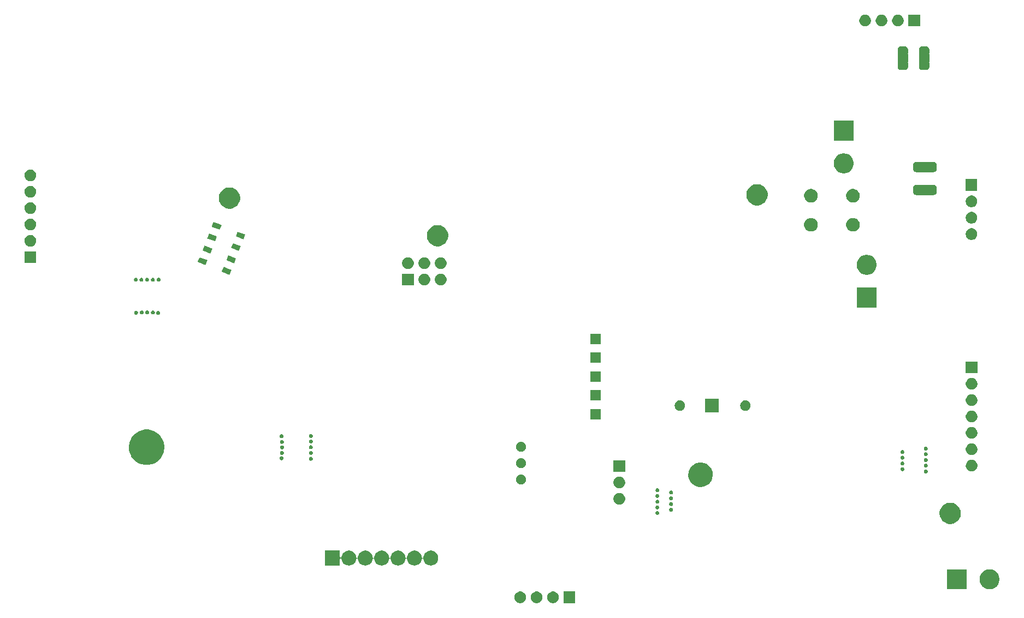
<source format=gbr>
G04 #@! TF.GenerationSoftware,KiCad,Pcbnew,(5.1.5-0-10_14)*
G04 #@! TF.CreationDate,2020-02-25T16:39:45+01:00*
G04 #@! TF.ProjectId,ErnoCCC,45726e6f-4343-4432-9e6b-696361645f70,rev?*
G04 #@! TF.SameCoordinates,Original*
G04 #@! TF.FileFunction,Soldermask,Bot*
G04 #@! TF.FilePolarity,Negative*
%FSLAX46Y46*%
G04 Gerber Fmt 4.6, Leading zero omitted, Abs format (unit mm)*
G04 Created by KiCad (PCBNEW (5.1.5-0-10_14)) date 2020-02-25 16:39:45*
%MOMM*%
%LPD*%
G04 APERTURE LIST*
%ADD10C,0.050000*%
G04 APERTURE END LIST*
D10*
G36*
X155460000Y-117233000D02*
G01*
X153658000Y-117233000D01*
X153658000Y-115431000D01*
X155460000Y-115431000D01*
X155460000Y-117233000D01*
G37*
G36*
X152132512Y-115435927D02*
G01*
X152281812Y-115465624D01*
X152445784Y-115533544D01*
X152593354Y-115632147D01*
X152718853Y-115757646D01*
X152817456Y-115905216D01*
X152885376Y-116069188D01*
X152920000Y-116243259D01*
X152920000Y-116420741D01*
X152885376Y-116594812D01*
X152817456Y-116758784D01*
X152718853Y-116906354D01*
X152593354Y-117031853D01*
X152445784Y-117130456D01*
X152281812Y-117198376D01*
X152132512Y-117228073D01*
X152107742Y-117233000D01*
X151930258Y-117233000D01*
X151905488Y-117228073D01*
X151756188Y-117198376D01*
X151592216Y-117130456D01*
X151444646Y-117031853D01*
X151319147Y-116906354D01*
X151220544Y-116758784D01*
X151152624Y-116594812D01*
X151118000Y-116420741D01*
X151118000Y-116243259D01*
X151152624Y-116069188D01*
X151220544Y-115905216D01*
X151319147Y-115757646D01*
X151444646Y-115632147D01*
X151592216Y-115533544D01*
X151756188Y-115465624D01*
X151905488Y-115435927D01*
X151930258Y-115431000D01*
X152107742Y-115431000D01*
X152132512Y-115435927D01*
G37*
G36*
X149592512Y-115435927D02*
G01*
X149741812Y-115465624D01*
X149905784Y-115533544D01*
X150053354Y-115632147D01*
X150178853Y-115757646D01*
X150277456Y-115905216D01*
X150345376Y-116069188D01*
X150380000Y-116243259D01*
X150380000Y-116420741D01*
X150345376Y-116594812D01*
X150277456Y-116758784D01*
X150178853Y-116906354D01*
X150053354Y-117031853D01*
X149905784Y-117130456D01*
X149741812Y-117198376D01*
X149592512Y-117228073D01*
X149567742Y-117233000D01*
X149390258Y-117233000D01*
X149365488Y-117228073D01*
X149216188Y-117198376D01*
X149052216Y-117130456D01*
X148904646Y-117031853D01*
X148779147Y-116906354D01*
X148680544Y-116758784D01*
X148612624Y-116594812D01*
X148578000Y-116420741D01*
X148578000Y-116243259D01*
X148612624Y-116069188D01*
X148680544Y-115905216D01*
X148779147Y-115757646D01*
X148904646Y-115632147D01*
X149052216Y-115533544D01*
X149216188Y-115465624D01*
X149365488Y-115435927D01*
X149390258Y-115431000D01*
X149567742Y-115431000D01*
X149592512Y-115435927D01*
G37*
G36*
X147052512Y-115435927D02*
G01*
X147201812Y-115465624D01*
X147365784Y-115533544D01*
X147513354Y-115632147D01*
X147638853Y-115757646D01*
X147737456Y-115905216D01*
X147805376Y-116069188D01*
X147840000Y-116243259D01*
X147840000Y-116420741D01*
X147805376Y-116594812D01*
X147737456Y-116758784D01*
X147638853Y-116906354D01*
X147513354Y-117031853D01*
X147365784Y-117130456D01*
X147201812Y-117198376D01*
X147052512Y-117228073D01*
X147027742Y-117233000D01*
X146850258Y-117233000D01*
X146825488Y-117228073D01*
X146676188Y-117198376D01*
X146512216Y-117130456D01*
X146364646Y-117031853D01*
X146239147Y-116906354D01*
X146140544Y-116758784D01*
X146072624Y-116594812D01*
X146038000Y-116420741D01*
X146038000Y-116243259D01*
X146072624Y-116069188D01*
X146140544Y-115905216D01*
X146239147Y-115757646D01*
X146364646Y-115632147D01*
X146512216Y-115533544D01*
X146676188Y-115465624D01*
X146825488Y-115435927D01*
X146850258Y-115431000D01*
X147027742Y-115431000D01*
X147052512Y-115435927D01*
G37*
G36*
X216163000Y-115089000D02*
G01*
X213061000Y-115089000D01*
X213061000Y-111987000D01*
X216163000Y-111987000D01*
X216163000Y-115089000D01*
G37*
G36*
X219994585Y-112016802D02*
G01*
X220144410Y-112046604D01*
X220426674Y-112163521D01*
X220680705Y-112333259D01*
X220896741Y-112549295D01*
X221066479Y-112803326D01*
X221183396Y-113085590D01*
X221243000Y-113385240D01*
X221243000Y-113690760D01*
X221183396Y-113990410D01*
X221066479Y-114272674D01*
X220896741Y-114526705D01*
X220680705Y-114742741D01*
X220426674Y-114912479D01*
X220144410Y-115029396D01*
X219994585Y-115059198D01*
X219844761Y-115089000D01*
X219539239Y-115089000D01*
X219389415Y-115059198D01*
X219239590Y-115029396D01*
X218957326Y-114912479D01*
X218703295Y-114742741D01*
X218487259Y-114526705D01*
X218317521Y-114272674D01*
X218200604Y-113990410D01*
X218141000Y-113690760D01*
X218141000Y-113385240D01*
X218200604Y-113085590D01*
X218317521Y-112803326D01*
X218487259Y-112549295D01*
X218703295Y-112333259D01*
X218957326Y-112163521D01*
X219239590Y-112046604D01*
X219389415Y-112016802D01*
X219539239Y-111987000D01*
X219844761Y-111987000D01*
X219994585Y-112016802D01*
G37*
G36*
X118989000Y-110050007D02*
G01*
X118991402Y-110074393D01*
X118998515Y-110097842D01*
X119010066Y-110119453D01*
X119025611Y-110138395D01*
X119044553Y-110153940D01*
X119066164Y-110165491D01*
X119089613Y-110172604D01*
X119113999Y-110175006D01*
X119138385Y-110172604D01*
X119161834Y-110165491D01*
X119183445Y-110153940D01*
X119202387Y-110138395D01*
X119217932Y-110119453D01*
X119229483Y-110097842D01*
X119236596Y-110074393D01*
X119271232Y-109900267D01*
X119357996Y-109690799D01*
X119357997Y-109690797D01*
X119483960Y-109502280D01*
X119644280Y-109341960D01*
X119832797Y-109215997D01*
X120042266Y-109129232D01*
X120153451Y-109107116D01*
X120264635Y-109085000D01*
X120491365Y-109085000D01*
X120602549Y-109107116D01*
X120713734Y-109129232D01*
X120923203Y-109215997D01*
X121111720Y-109341960D01*
X121272040Y-109502280D01*
X121398003Y-109690797D01*
X121398004Y-109690799D01*
X121484768Y-109900267D01*
X121525403Y-110104552D01*
X121532516Y-110128001D01*
X121544067Y-110149612D01*
X121559612Y-110168554D01*
X121578554Y-110184099D01*
X121600165Y-110195650D01*
X121623614Y-110202763D01*
X121648000Y-110205165D01*
X121672386Y-110202763D01*
X121695835Y-110195650D01*
X121717446Y-110184099D01*
X121736388Y-110168554D01*
X121751933Y-110149612D01*
X121763484Y-110128001D01*
X121770597Y-110104552D01*
X121811232Y-109900267D01*
X121897996Y-109690799D01*
X121897997Y-109690797D01*
X122023960Y-109502280D01*
X122184280Y-109341960D01*
X122372797Y-109215997D01*
X122582266Y-109129232D01*
X122693451Y-109107116D01*
X122804635Y-109085000D01*
X123031365Y-109085000D01*
X123142549Y-109107116D01*
X123253734Y-109129232D01*
X123463203Y-109215997D01*
X123651720Y-109341960D01*
X123812040Y-109502280D01*
X123938003Y-109690797D01*
X123938004Y-109690799D01*
X124024768Y-109900267D01*
X124065403Y-110104552D01*
X124072516Y-110128001D01*
X124084067Y-110149612D01*
X124099612Y-110168554D01*
X124118554Y-110184099D01*
X124140165Y-110195650D01*
X124163614Y-110202763D01*
X124188000Y-110205165D01*
X124212386Y-110202763D01*
X124235835Y-110195650D01*
X124257446Y-110184099D01*
X124276388Y-110168554D01*
X124291933Y-110149612D01*
X124303484Y-110128001D01*
X124310597Y-110104552D01*
X124351232Y-109900267D01*
X124437996Y-109690799D01*
X124437997Y-109690797D01*
X124563960Y-109502280D01*
X124724280Y-109341960D01*
X124912797Y-109215997D01*
X125122266Y-109129232D01*
X125233451Y-109107116D01*
X125344635Y-109085000D01*
X125571365Y-109085000D01*
X125682549Y-109107116D01*
X125793734Y-109129232D01*
X126003203Y-109215997D01*
X126191720Y-109341960D01*
X126352040Y-109502280D01*
X126478003Y-109690797D01*
X126478004Y-109690799D01*
X126564768Y-109900267D01*
X126605403Y-110104552D01*
X126612516Y-110128001D01*
X126624067Y-110149612D01*
X126639612Y-110168554D01*
X126658554Y-110184099D01*
X126680165Y-110195650D01*
X126703614Y-110202763D01*
X126728000Y-110205165D01*
X126752386Y-110202763D01*
X126775835Y-110195650D01*
X126797446Y-110184099D01*
X126816388Y-110168554D01*
X126831933Y-110149612D01*
X126843484Y-110128001D01*
X126850597Y-110104552D01*
X126891232Y-109900267D01*
X126977996Y-109690799D01*
X126977997Y-109690797D01*
X127103960Y-109502280D01*
X127264280Y-109341960D01*
X127452797Y-109215997D01*
X127662266Y-109129232D01*
X127773451Y-109107116D01*
X127884635Y-109085000D01*
X128111365Y-109085000D01*
X128222549Y-109107116D01*
X128333734Y-109129232D01*
X128543203Y-109215997D01*
X128731720Y-109341960D01*
X128892040Y-109502280D01*
X129018003Y-109690797D01*
X129018004Y-109690799D01*
X129104768Y-109900267D01*
X129145403Y-110104552D01*
X129152516Y-110128001D01*
X129164067Y-110149612D01*
X129179612Y-110168554D01*
X129198554Y-110184099D01*
X129220165Y-110195650D01*
X129243614Y-110202763D01*
X129268000Y-110205165D01*
X129292386Y-110202763D01*
X129315835Y-110195650D01*
X129337446Y-110184099D01*
X129356388Y-110168554D01*
X129371933Y-110149612D01*
X129383484Y-110128001D01*
X129390597Y-110104552D01*
X129431232Y-109900267D01*
X129517996Y-109690799D01*
X129517997Y-109690797D01*
X129643960Y-109502280D01*
X129804280Y-109341960D01*
X129992797Y-109215997D01*
X130202266Y-109129232D01*
X130313451Y-109107116D01*
X130424635Y-109085000D01*
X130651365Y-109085000D01*
X130762549Y-109107116D01*
X130873734Y-109129232D01*
X131083203Y-109215997D01*
X131271720Y-109341960D01*
X131432040Y-109502280D01*
X131558003Y-109690797D01*
X131558004Y-109690799D01*
X131644768Y-109900267D01*
X131685403Y-110104552D01*
X131692516Y-110128001D01*
X131704067Y-110149612D01*
X131719612Y-110168554D01*
X131738554Y-110184099D01*
X131760165Y-110195650D01*
X131783614Y-110202763D01*
X131808000Y-110205165D01*
X131832386Y-110202763D01*
X131855835Y-110195650D01*
X131877446Y-110184099D01*
X131896388Y-110168554D01*
X131911933Y-110149612D01*
X131923484Y-110128001D01*
X131930597Y-110104552D01*
X131971232Y-109900267D01*
X132057996Y-109690799D01*
X132057997Y-109690797D01*
X132183960Y-109502280D01*
X132344280Y-109341960D01*
X132532797Y-109215997D01*
X132742266Y-109129232D01*
X132853451Y-109107116D01*
X132964635Y-109085000D01*
X133191365Y-109085000D01*
X133302549Y-109107116D01*
X133413734Y-109129232D01*
X133623203Y-109215997D01*
X133811720Y-109341960D01*
X133972040Y-109502280D01*
X134098003Y-109690797D01*
X134184768Y-109900266D01*
X134229000Y-110122636D01*
X134229000Y-110349364D01*
X134184768Y-110571734D01*
X134098003Y-110781203D01*
X133972040Y-110969720D01*
X133811720Y-111130040D01*
X133623203Y-111256003D01*
X133413734Y-111342768D01*
X133302549Y-111364884D01*
X133191365Y-111387000D01*
X132964635Y-111387000D01*
X132853451Y-111364884D01*
X132742266Y-111342768D01*
X132532797Y-111256003D01*
X132344280Y-111130040D01*
X132183960Y-110969720D01*
X132057997Y-110781203D01*
X131971232Y-110571734D01*
X131930597Y-110367448D01*
X131923484Y-110343999D01*
X131911933Y-110322388D01*
X131896388Y-110303446D01*
X131877446Y-110287901D01*
X131855835Y-110276350D01*
X131832386Y-110269237D01*
X131808000Y-110266835D01*
X131783614Y-110269237D01*
X131760165Y-110276350D01*
X131738554Y-110287901D01*
X131719612Y-110303446D01*
X131704067Y-110322388D01*
X131692516Y-110343999D01*
X131685403Y-110367448D01*
X131644768Y-110571734D01*
X131558003Y-110781203D01*
X131432040Y-110969720D01*
X131271720Y-111130040D01*
X131083203Y-111256003D01*
X130873734Y-111342768D01*
X130762549Y-111364884D01*
X130651365Y-111387000D01*
X130424635Y-111387000D01*
X130313451Y-111364884D01*
X130202266Y-111342768D01*
X129992797Y-111256003D01*
X129804280Y-111130040D01*
X129643960Y-110969720D01*
X129517997Y-110781203D01*
X129431232Y-110571734D01*
X129390597Y-110367448D01*
X129383484Y-110343999D01*
X129371933Y-110322388D01*
X129356388Y-110303446D01*
X129337446Y-110287901D01*
X129315835Y-110276350D01*
X129292386Y-110269237D01*
X129268000Y-110266835D01*
X129243614Y-110269237D01*
X129220165Y-110276350D01*
X129198554Y-110287901D01*
X129179612Y-110303446D01*
X129164067Y-110322388D01*
X129152516Y-110343999D01*
X129145403Y-110367448D01*
X129104768Y-110571734D01*
X129018003Y-110781203D01*
X128892040Y-110969720D01*
X128731720Y-111130040D01*
X128543203Y-111256003D01*
X128333734Y-111342768D01*
X128222549Y-111364884D01*
X128111365Y-111387000D01*
X127884635Y-111387000D01*
X127773451Y-111364884D01*
X127662266Y-111342768D01*
X127452797Y-111256003D01*
X127264280Y-111130040D01*
X127103960Y-110969720D01*
X126977997Y-110781203D01*
X126891232Y-110571734D01*
X126850597Y-110367448D01*
X126843484Y-110343999D01*
X126831933Y-110322388D01*
X126816388Y-110303446D01*
X126797446Y-110287901D01*
X126775835Y-110276350D01*
X126752386Y-110269237D01*
X126728000Y-110266835D01*
X126703614Y-110269237D01*
X126680165Y-110276350D01*
X126658554Y-110287901D01*
X126639612Y-110303446D01*
X126624067Y-110322388D01*
X126612516Y-110343999D01*
X126605403Y-110367448D01*
X126564768Y-110571734D01*
X126478003Y-110781203D01*
X126352040Y-110969720D01*
X126191720Y-111130040D01*
X126003203Y-111256003D01*
X125793734Y-111342768D01*
X125682549Y-111364884D01*
X125571365Y-111387000D01*
X125344635Y-111387000D01*
X125233451Y-111364884D01*
X125122266Y-111342768D01*
X124912797Y-111256003D01*
X124724280Y-111130040D01*
X124563960Y-110969720D01*
X124437997Y-110781203D01*
X124351232Y-110571734D01*
X124310597Y-110367448D01*
X124303484Y-110343999D01*
X124291933Y-110322388D01*
X124276388Y-110303446D01*
X124257446Y-110287901D01*
X124235835Y-110276350D01*
X124212386Y-110269237D01*
X124188000Y-110266835D01*
X124163614Y-110269237D01*
X124140165Y-110276350D01*
X124118554Y-110287901D01*
X124099612Y-110303446D01*
X124084067Y-110322388D01*
X124072516Y-110343999D01*
X124065403Y-110367448D01*
X124024768Y-110571734D01*
X123938003Y-110781203D01*
X123812040Y-110969720D01*
X123651720Y-111130040D01*
X123463203Y-111256003D01*
X123253734Y-111342768D01*
X123142549Y-111364884D01*
X123031365Y-111387000D01*
X122804635Y-111387000D01*
X122693451Y-111364884D01*
X122582266Y-111342768D01*
X122372797Y-111256003D01*
X122184280Y-111130040D01*
X122023960Y-110969720D01*
X121897997Y-110781203D01*
X121811232Y-110571734D01*
X121770597Y-110367448D01*
X121763484Y-110343999D01*
X121751933Y-110322388D01*
X121736388Y-110303446D01*
X121717446Y-110287901D01*
X121695835Y-110276350D01*
X121672386Y-110269237D01*
X121648000Y-110266835D01*
X121623614Y-110269237D01*
X121600165Y-110276350D01*
X121578554Y-110287901D01*
X121559612Y-110303446D01*
X121544067Y-110322388D01*
X121532516Y-110343999D01*
X121525403Y-110367448D01*
X121484768Y-110571734D01*
X121398003Y-110781203D01*
X121272040Y-110969720D01*
X121111720Y-111130040D01*
X120923203Y-111256003D01*
X120713734Y-111342768D01*
X120602549Y-111364884D01*
X120491365Y-111387000D01*
X120264635Y-111387000D01*
X120153451Y-111364884D01*
X120042266Y-111342768D01*
X119832797Y-111256003D01*
X119644280Y-111130040D01*
X119483960Y-110969720D01*
X119357997Y-110781203D01*
X119271232Y-110571734D01*
X119236596Y-110397607D01*
X119229483Y-110374158D01*
X119217932Y-110352547D01*
X119202387Y-110333605D01*
X119183445Y-110318060D01*
X119161834Y-110306509D01*
X119138385Y-110299396D01*
X119113999Y-110296994D01*
X119089613Y-110299396D01*
X119066164Y-110306509D01*
X119044553Y-110318060D01*
X119025611Y-110333605D01*
X119010066Y-110352547D01*
X118998515Y-110374158D01*
X118991402Y-110397607D01*
X118989000Y-110421993D01*
X118989000Y-111387000D01*
X116687000Y-111387000D01*
X116687000Y-109085000D01*
X118989000Y-109085000D01*
X118989000Y-110050007D01*
G37*
G36*
X213975256Y-101691298D02*
G01*
X214081579Y-101712447D01*
X214382042Y-101836903D01*
X214652451Y-102017585D01*
X214882415Y-102247549D01*
X215063097Y-102517958D01*
X215164658Y-102763147D01*
X215187553Y-102818422D01*
X215251000Y-103137389D01*
X215251000Y-103462611D01*
X215239359Y-103521132D01*
X215187553Y-103781579D01*
X215063097Y-104082042D01*
X214882415Y-104352451D01*
X214652451Y-104582415D01*
X214382042Y-104763097D01*
X214081579Y-104887553D01*
X213975256Y-104908702D01*
X213762611Y-104951000D01*
X213437389Y-104951000D01*
X213224744Y-104908702D01*
X213118421Y-104887553D01*
X212817958Y-104763097D01*
X212547549Y-104582415D01*
X212317585Y-104352451D01*
X212136903Y-104082042D01*
X212012447Y-103781579D01*
X211960641Y-103521132D01*
X211949000Y-103462611D01*
X211949000Y-103137389D01*
X212012447Y-102818422D01*
X212035343Y-102763147D01*
X212136903Y-102517958D01*
X212317585Y-102247549D01*
X212547549Y-102017585D01*
X212817958Y-101836903D01*
X213118421Y-101712447D01*
X213224744Y-101691298D01*
X213437389Y-101649000D01*
X213762611Y-101649000D01*
X213975256Y-101691298D01*
G37*
G36*
X168287097Y-102942267D02*
G01*
X168341875Y-102964957D01*
X168341877Y-102964958D01*
X168391176Y-102997898D01*
X168433102Y-103039824D01*
X168466042Y-103089123D01*
X168466043Y-103089125D01*
X168488733Y-103143903D01*
X168500300Y-103202053D01*
X168500300Y-103261347D01*
X168488733Y-103319497D01*
X168466043Y-103374275D01*
X168466042Y-103374277D01*
X168433102Y-103423576D01*
X168391176Y-103465502D01*
X168341877Y-103498442D01*
X168341876Y-103498443D01*
X168341875Y-103498443D01*
X168287097Y-103521133D01*
X168228947Y-103532700D01*
X168169653Y-103532700D01*
X168111503Y-103521133D01*
X168056725Y-103498443D01*
X168056724Y-103498443D01*
X168056723Y-103498442D01*
X168007424Y-103465502D01*
X167965498Y-103423576D01*
X167932558Y-103374277D01*
X167932557Y-103374275D01*
X167909867Y-103319497D01*
X167898300Y-103261347D01*
X167898300Y-103202053D01*
X167909867Y-103143903D01*
X167932557Y-103089125D01*
X167932558Y-103089123D01*
X167965498Y-103039824D01*
X168007424Y-102997898D01*
X168056723Y-102964958D01*
X168056725Y-102964957D01*
X168111503Y-102942267D01*
X168169653Y-102930700D01*
X168228947Y-102930700D01*
X168287097Y-102942267D01*
G37*
G36*
X170408697Y-102444067D02*
G01*
X170463475Y-102466757D01*
X170463477Y-102466758D01*
X170512776Y-102499698D01*
X170554702Y-102541624D01*
X170571373Y-102566575D01*
X170587643Y-102590925D01*
X170610333Y-102645703D01*
X170621900Y-102703853D01*
X170621900Y-102763147D01*
X170610333Y-102821297D01*
X170587643Y-102876075D01*
X170587642Y-102876077D01*
X170554702Y-102925376D01*
X170512776Y-102967302D01*
X170463477Y-103000242D01*
X170463476Y-103000243D01*
X170463475Y-103000243D01*
X170408697Y-103022933D01*
X170350547Y-103034500D01*
X170291253Y-103034500D01*
X170233103Y-103022933D01*
X170178325Y-103000243D01*
X170178324Y-103000243D01*
X170178323Y-103000242D01*
X170129024Y-102967302D01*
X170087098Y-102925376D01*
X170054158Y-102876077D01*
X170054157Y-102876075D01*
X170031467Y-102821297D01*
X170019900Y-102763147D01*
X170019900Y-102703853D01*
X170031467Y-102645703D01*
X170054157Y-102590925D01*
X170070427Y-102566575D01*
X170087098Y-102541624D01*
X170129024Y-102499698D01*
X170178323Y-102466758D01*
X170178325Y-102466757D01*
X170233103Y-102444067D01*
X170291253Y-102432500D01*
X170350547Y-102432500D01*
X170408697Y-102444067D01*
G37*
G36*
X168287097Y-102085267D02*
G01*
X168341875Y-102107957D01*
X168341877Y-102107958D01*
X168391176Y-102140898D01*
X168433102Y-102182824D01*
X168466042Y-102232123D01*
X168466043Y-102232125D01*
X168488733Y-102286903D01*
X168500300Y-102345053D01*
X168500300Y-102404347D01*
X168488733Y-102462497D01*
X168466043Y-102517275D01*
X168466042Y-102517277D01*
X168433102Y-102566576D01*
X168391176Y-102608502D01*
X168341877Y-102641442D01*
X168341876Y-102641443D01*
X168341875Y-102641443D01*
X168287097Y-102664133D01*
X168228947Y-102675700D01*
X168169653Y-102675700D01*
X168111503Y-102664133D01*
X168056725Y-102641443D01*
X168056724Y-102641443D01*
X168056723Y-102641442D01*
X168007424Y-102608502D01*
X167965498Y-102566576D01*
X167932558Y-102517277D01*
X167932557Y-102517275D01*
X167909867Y-102462497D01*
X167898300Y-102404347D01*
X167898300Y-102345053D01*
X167909867Y-102286903D01*
X167932557Y-102232125D01*
X167932558Y-102232123D01*
X167965498Y-102182824D01*
X168007424Y-102140898D01*
X168056723Y-102107958D01*
X168056725Y-102107957D01*
X168111503Y-102085267D01*
X168169653Y-102073700D01*
X168228947Y-102073700D01*
X168287097Y-102085267D01*
G37*
G36*
X170408697Y-101555067D02*
G01*
X170463475Y-101577757D01*
X170463477Y-101577758D01*
X170512776Y-101610698D01*
X170554702Y-101652624D01*
X170571373Y-101677575D01*
X170587643Y-101701925D01*
X170610333Y-101756703D01*
X170621900Y-101814853D01*
X170621900Y-101874147D01*
X170610333Y-101932297D01*
X170587643Y-101987075D01*
X170587642Y-101987077D01*
X170554702Y-102036376D01*
X170512776Y-102078302D01*
X170463477Y-102111242D01*
X170463476Y-102111243D01*
X170463475Y-102111243D01*
X170408697Y-102133933D01*
X170350547Y-102145500D01*
X170291253Y-102145500D01*
X170233103Y-102133933D01*
X170178325Y-102111243D01*
X170178324Y-102111243D01*
X170178323Y-102111242D01*
X170129024Y-102078302D01*
X170087098Y-102036376D01*
X170054158Y-101987077D01*
X170054157Y-101987075D01*
X170031467Y-101932297D01*
X170019900Y-101874147D01*
X170019900Y-101814853D01*
X170031467Y-101756703D01*
X170054157Y-101701925D01*
X170070427Y-101677575D01*
X170087098Y-101652624D01*
X170129024Y-101610698D01*
X170178323Y-101577758D01*
X170178325Y-101577757D01*
X170233103Y-101555067D01*
X170291253Y-101543500D01*
X170350547Y-101543500D01*
X170408697Y-101555067D01*
G37*
G36*
X162401512Y-100145927D02*
G01*
X162550812Y-100175624D01*
X162714784Y-100243544D01*
X162862354Y-100342147D01*
X162987853Y-100467646D01*
X163086456Y-100615216D01*
X163154376Y-100779188D01*
X163189000Y-100953259D01*
X163189000Y-101130741D01*
X163154376Y-101304812D01*
X163086456Y-101468784D01*
X162987853Y-101616354D01*
X162862354Y-101741853D01*
X162714784Y-101840456D01*
X162550812Y-101908376D01*
X162401512Y-101938073D01*
X162376742Y-101943000D01*
X162199258Y-101943000D01*
X162174488Y-101938073D01*
X162025188Y-101908376D01*
X161861216Y-101840456D01*
X161713646Y-101741853D01*
X161588147Y-101616354D01*
X161489544Y-101468784D01*
X161421624Y-101304812D01*
X161387000Y-101130741D01*
X161387000Y-100953259D01*
X161421624Y-100779188D01*
X161489544Y-100615216D01*
X161588147Y-100467646D01*
X161713646Y-100342147D01*
X161861216Y-100243544D01*
X162025188Y-100175624D01*
X162174488Y-100145927D01*
X162199258Y-100141000D01*
X162376742Y-100141000D01*
X162401512Y-100145927D01*
G37*
G36*
X168287097Y-101196267D02*
G01*
X168341875Y-101218957D01*
X168341877Y-101218958D01*
X168391176Y-101251898D01*
X168433102Y-101293824D01*
X168466042Y-101343123D01*
X168466043Y-101343125D01*
X168488733Y-101397903D01*
X168500300Y-101456053D01*
X168500300Y-101515347D01*
X168488733Y-101573497D01*
X168470981Y-101616353D01*
X168466042Y-101628277D01*
X168433102Y-101677576D01*
X168391176Y-101719502D01*
X168341877Y-101752442D01*
X168341876Y-101752443D01*
X168341875Y-101752443D01*
X168287097Y-101775133D01*
X168228947Y-101786700D01*
X168169653Y-101786700D01*
X168111503Y-101775133D01*
X168056725Y-101752443D01*
X168056724Y-101752443D01*
X168056723Y-101752442D01*
X168007424Y-101719502D01*
X167965498Y-101677576D01*
X167932558Y-101628277D01*
X167927619Y-101616353D01*
X167909867Y-101573497D01*
X167898300Y-101515347D01*
X167898300Y-101456053D01*
X167909867Y-101397903D01*
X167932557Y-101343125D01*
X167932558Y-101343123D01*
X167965498Y-101293824D01*
X168007424Y-101251898D01*
X168056723Y-101218958D01*
X168056725Y-101218957D01*
X168111503Y-101196267D01*
X168169653Y-101184700D01*
X168228947Y-101184700D01*
X168287097Y-101196267D01*
G37*
G36*
X170408697Y-100666067D02*
G01*
X170463475Y-100688757D01*
X170463477Y-100688758D01*
X170512776Y-100721698D01*
X170554702Y-100763624D01*
X170571373Y-100788575D01*
X170587643Y-100812925D01*
X170610333Y-100867703D01*
X170621900Y-100925853D01*
X170621900Y-100985147D01*
X170610333Y-101043297D01*
X170587643Y-101098075D01*
X170587642Y-101098077D01*
X170554702Y-101147376D01*
X170512776Y-101189302D01*
X170463477Y-101222242D01*
X170463476Y-101222243D01*
X170463475Y-101222243D01*
X170408697Y-101244933D01*
X170350547Y-101256500D01*
X170291253Y-101256500D01*
X170233103Y-101244933D01*
X170178325Y-101222243D01*
X170178324Y-101222243D01*
X170178323Y-101222242D01*
X170129024Y-101189302D01*
X170087098Y-101147376D01*
X170054158Y-101098077D01*
X170054157Y-101098075D01*
X170031467Y-101043297D01*
X170019900Y-100985147D01*
X170019900Y-100925853D01*
X170031467Y-100867703D01*
X170054157Y-100812925D01*
X170070427Y-100788575D01*
X170087098Y-100763624D01*
X170129024Y-100721698D01*
X170178323Y-100688758D01*
X170178325Y-100688757D01*
X170233103Y-100666067D01*
X170291253Y-100654500D01*
X170350547Y-100654500D01*
X170408697Y-100666067D01*
G37*
G36*
X168287097Y-100307267D02*
G01*
X168341875Y-100329957D01*
X168341877Y-100329958D01*
X168391176Y-100362898D01*
X168433102Y-100404824D01*
X168466042Y-100454123D01*
X168466043Y-100454125D01*
X168488733Y-100508903D01*
X168500300Y-100567053D01*
X168500300Y-100626347D01*
X168488733Y-100684497D01*
X168466043Y-100739275D01*
X168466042Y-100739277D01*
X168433102Y-100788576D01*
X168391176Y-100830502D01*
X168341877Y-100863442D01*
X168341876Y-100863443D01*
X168341875Y-100863443D01*
X168287097Y-100886133D01*
X168228947Y-100897700D01*
X168169653Y-100897700D01*
X168111503Y-100886133D01*
X168056725Y-100863443D01*
X168056724Y-100863443D01*
X168056723Y-100863442D01*
X168007424Y-100830502D01*
X167965498Y-100788576D01*
X167932558Y-100739277D01*
X167932557Y-100739275D01*
X167909867Y-100684497D01*
X167898300Y-100626347D01*
X167898300Y-100567053D01*
X167909867Y-100508903D01*
X167932557Y-100454125D01*
X167932558Y-100454123D01*
X167965498Y-100404824D01*
X168007424Y-100362898D01*
X168056723Y-100329958D01*
X168056725Y-100329957D01*
X168111503Y-100307267D01*
X168169653Y-100295700D01*
X168228947Y-100295700D01*
X168287097Y-100307267D01*
G37*
G36*
X170408697Y-99764367D02*
G01*
X170463475Y-99787057D01*
X170463477Y-99787058D01*
X170512776Y-99819998D01*
X170554702Y-99861924D01*
X170571373Y-99886875D01*
X170587643Y-99911225D01*
X170610333Y-99966003D01*
X170621900Y-100024153D01*
X170621900Y-100083447D01*
X170610333Y-100141597D01*
X170596238Y-100175624D01*
X170587642Y-100196377D01*
X170554702Y-100245676D01*
X170512776Y-100287602D01*
X170463477Y-100320542D01*
X170463476Y-100320543D01*
X170463475Y-100320543D01*
X170408697Y-100343233D01*
X170350547Y-100354800D01*
X170291253Y-100354800D01*
X170233103Y-100343233D01*
X170178325Y-100320543D01*
X170178324Y-100320543D01*
X170178323Y-100320542D01*
X170129024Y-100287602D01*
X170087098Y-100245676D01*
X170054158Y-100196377D01*
X170045562Y-100175624D01*
X170031467Y-100141597D01*
X170019900Y-100083447D01*
X170019900Y-100024153D01*
X170031467Y-99966003D01*
X170054157Y-99911225D01*
X170070427Y-99886875D01*
X170087098Y-99861924D01*
X170129024Y-99819998D01*
X170178323Y-99787058D01*
X170178325Y-99787057D01*
X170233103Y-99764367D01*
X170291253Y-99752800D01*
X170350547Y-99752800D01*
X170408697Y-99764367D01*
G37*
G36*
X168287097Y-99405567D02*
G01*
X168341875Y-99428257D01*
X168341877Y-99428258D01*
X168391176Y-99461198D01*
X168433102Y-99503124D01*
X168466042Y-99552423D01*
X168466043Y-99552425D01*
X168488733Y-99607203D01*
X168500300Y-99665353D01*
X168500300Y-99724647D01*
X168488733Y-99782797D01*
X168466043Y-99837575D01*
X168466042Y-99837577D01*
X168433102Y-99886876D01*
X168391176Y-99928802D01*
X168341877Y-99961742D01*
X168341876Y-99961743D01*
X168341875Y-99961743D01*
X168287097Y-99984433D01*
X168228947Y-99996000D01*
X168169653Y-99996000D01*
X168111503Y-99984433D01*
X168056725Y-99961743D01*
X168056724Y-99961743D01*
X168056723Y-99961742D01*
X168007424Y-99928802D01*
X167965498Y-99886876D01*
X167932558Y-99837577D01*
X167932557Y-99837575D01*
X167909867Y-99782797D01*
X167898300Y-99724647D01*
X167898300Y-99665353D01*
X167909867Y-99607203D01*
X167932557Y-99552425D01*
X167932558Y-99552423D01*
X167965498Y-99503124D01*
X168007424Y-99461198D01*
X168056723Y-99428258D01*
X168056725Y-99428257D01*
X168111503Y-99405567D01*
X168169653Y-99394000D01*
X168228947Y-99394000D01*
X168287097Y-99405567D01*
G37*
G36*
X162401512Y-97605927D02*
G01*
X162550812Y-97635624D01*
X162714784Y-97703544D01*
X162862354Y-97802147D01*
X162987853Y-97927646D01*
X163086456Y-98075216D01*
X163154376Y-98239188D01*
X163184073Y-98388488D01*
X163188194Y-98409204D01*
X163189000Y-98413259D01*
X163189000Y-98590741D01*
X163154376Y-98764812D01*
X163086456Y-98928784D01*
X162987853Y-99076354D01*
X162862354Y-99201853D01*
X162714784Y-99300456D01*
X162550812Y-99368376D01*
X162401512Y-99398073D01*
X162376742Y-99403000D01*
X162199258Y-99403000D01*
X162174488Y-99398073D01*
X162025188Y-99368376D01*
X161861216Y-99300456D01*
X161713646Y-99201853D01*
X161588147Y-99076354D01*
X161489544Y-98928784D01*
X161421624Y-98764812D01*
X161387000Y-98590741D01*
X161387000Y-98413259D01*
X161387807Y-98409204D01*
X161391927Y-98388488D01*
X161421624Y-98239188D01*
X161489544Y-98075216D01*
X161588147Y-97927646D01*
X161713646Y-97802147D01*
X161861216Y-97703544D01*
X162025188Y-97635624D01*
X162174488Y-97605927D01*
X162199258Y-97601000D01*
X162376742Y-97601000D01*
X162401512Y-97605927D01*
G37*
G36*
X175174276Y-95416314D02*
G01*
X175454501Y-95472054D01*
X175800461Y-95615356D01*
X176111817Y-95823397D01*
X176376603Y-96088183D01*
X176584644Y-96399539D01*
X176584645Y-96399541D01*
X176591692Y-96416554D01*
X176727946Y-96745499D01*
X176736002Y-96786000D01*
X176785174Y-97033202D01*
X176801000Y-97112768D01*
X176801000Y-97487232D01*
X176727946Y-97854501D01*
X176584644Y-98200461D01*
X176376603Y-98511817D01*
X176111817Y-98776603D01*
X175800461Y-98984644D01*
X175454501Y-99127946D01*
X175270866Y-99164473D01*
X175087233Y-99201000D01*
X174712767Y-99201000D01*
X174345499Y-99127946D01*
X173999539Y-98984644D01*
X173688183Y-98776603D01*
X173423397Y-98511817D01*
X173215356Y-98200461D01*
X173072054Y-97854501D01*
X172999000Y-97487232D01*
X172999000Y-97112768D01*
X173014827Y-97033202D01*
X173063998Y-96786000D01*
X173072054Y-96745499D01*
X173208308Y-96416554D01*
X173215355Y-96399541D01*
X173215356Y-96399539D01*
X173423397Y-96088183D01*
X173688183Y-95823397D01*
X173999539Y-95615356D01*
X174345499Y-95472054D01*
X174625724Y-95416314D01*
X174712767Y-95399000D01*
X175087233Y-95399000D01*
X175174276Y-95416314D01*
G37*
G36*
X147191589Y-97282876D02*
G01*
X147290893Y-97302629D01*
X147431206Y-97360748D01*
X147557484Y-97445125D01*
X147664875Y-97552516D01*
X147749252Y-97678794D01*
X147807371Y-97819107D01*
X147837000Y-97968063D01*
X147837000Y-98119937D01*
X147807371Y-98268893D01*
X147749252Y-98409206D01*
X147664875Y-98535484D01*
X147557484Y-98642875D01*
X147431206Y-98727252D01*
X147290893Y-98785371D01*
X147191589Y-98805124D01*
X147141938Y-98815000D01*
X146990062Y-98815000D01*
X146940411Y-98805124D01*
X146841107Y-98785371D01*
X146700794Y-98727252D01*
X146574516Y-98642875D01*
X146467125Y-98535484D01*
X146382748Y-98409206D01*
X146324629Y-98268893D01*
X146295000Y-98119937D01*
X146295000Y-97968063D01*
X146324629Y-97819107D01*
X146382748Y-97678794D01*
X146467125Y-97552516D01*
X146574516Y-97445125D01*
X146700794Y-97360748D01*
X146841107Y-97302629D01*
X146940411Y-97282876D01*
X146990062Y-97273000D01*
X147141938Y-97273000D01*
X147191589Y-97282876D01*
G37*
G36*
X209891297Y-96509967D02*
G01*
X209946075Y-96532657D01*
X209946077Y-96532658D01*
X209995376Y-96565598D01*
X210037302Y-96607524D01*
X210070242Y-96656823D01*
X210070243Y-96656825D01*
X210092933Y-96711603D01*
X210104500Y-96769753D01*
X210104500Y-96829047D01*
X210092933Y-96887197D01*
X210070243Y-96941975D01*
X210070242Y-96941977D01*
X210037302Y-96991276D01*
X209995376Y-97033202D01*
X209946077Y-97066142D01*
X209946076Y-97066143D01*
X209946075Y-97066143D01*
X209891297Y-97088833D01*
X209833147Y-97100400D01*
X209773853Y-97100400D01*
X209715703Y-97088833D01*
X209660925Y-97066143D01*
X209660924Y-97066143D01*
X209660923Y-97066142D01*
X209611624Y-97033202D01*
X209569698Y-96991276D01*
X209536758Y-96941977D01*
X209536757Y-96941975D01*
X209514067Y-96887197D01*
X209502500Y-96829047D01*
X209502500Y-96769753D01*
X209514067Y-96711603D01*
X209536757Y-96656825D01*
X209536758Y-96656823D01*
X209569698Y-96607524D01*
X209611624Y-96565598D01*
X209660923Y-96532658D01*
X209660925Y-96532657D01*
X209715703Y-96509967D01*
X209773853Y-96498400D01*
X209833147Y-96498400D01*
X209891297Y-96509967D01*
G37*
G36*
X163189000Y-96863000D02*
G01*
X161387000Y-96863000D01*
X161387000Y-95061000D01*
X163189000Y-95061000D01*
X163189000Y-96863000D01*
G37*
G36*
X217029512Y-94988927D02*
G01*
X217178812Y-95018624D01*
X217342784Y-95086544D01*
X217490354Y-95185147D01*
X217615853Y-95310646D01*
X217714456Y-95458216D01*
X217782376Y-95622188D01*
X217805089Y-95736376D01*
X217817000Y-95796258D01*
X217817000Y-95973742D01*
X217812675Y-95995483D01*
X217782376Y-96147812D01*
X217714456Y-96311784D01*
X217615853Y-96459354D01*
X217490354Y-96584853D01*
X217342784Y-96683456D01*
X217178812Y-96751376D01*
X217029512Y-96781073D01*
X217004742Y-96786000D01*
X216827258Y-96786000D01*
X216802488Y-96781073D01*
X216653188Y-96751376D01*
X216489216Y-96683456D01*
X216341646Y-96584853D01*
X216216147Y-96459354D01*
X216117544Y-96311784D01*
X216049624Y-96147812D01*
X216019325Y-95995483D01*
X216015000Y-95973742D01*
X216015000Y-95796258D01*
X216026911Y-95736376D01*
X216049624Y-95622188D01*
X216117544Y-95458216D01*
X216216147Y-95310646D01*
X216341646Y-95185147D01*
X216489216Y-95086544D01*
X216653188Y-95018624D01*
X216802488Y-94988927D01*
X216827258Y-94984000D01*
X217004742Y-94984000D01*
X217029512Y-94988927D01*
G37*
G36*
X206266897Y-96156767D02*
G01*
X206321675Y-96179457D01*
X206321677Y-96179458D01*
X206370976Y-96212398D01*
X206412902Y-96254324D01*
X206426717Y-96275000D01*
X206445843Y-96303625D01*
X206468533Y-96358403D01*
X206480100Y-96416553D01*
X206480100Y-96475847D01*
X206468533Y-96533997D01*
X206445843Y-96588775D01*
X206445842Y-96588777D01*
X206412902Y-96638076D01*
X206370976Y-96680002D01*
X206321677Y-96712942D01*
X206321676Y-96712943D01*
X206321675Y-96712943D01*
X206266897Y-96735633D01*
X206208747Y-96747200D01*
X206149453Y-96747200D01*
X206091303Y-96735633D01*
X206036525Y-96712943D01*
X206036524Y-96712943D01*
X206036523Y-96712942D01*
X205987224Y-96680002D01*
X205945298Y-96638076D01*
X205912358Y-96588777D01*
X205912357Y-96588775D01*
X205889667Y-96533997D01*
X205878100Y-96475847D01*
X205878100Y-96416553D01*
X205889667Y-96358403D01*
X205912357Y-96303625D01*
X205931483Y-96275000D01*
X205945298Y-96254324D01*
X205987224Y-96212398D01*
X206036523Y-96179458D01*
X206036525Y-96179457D01*
X206091303Y-96156767D01*
X206149453Y-96145200D01*
X206208747Y-96145200D01*
X206266897Y-96156767D01*
G37*
G36*
X147186967Y-94741957D02*
G01*
X147290893Y-94762629D01*
X147431206Y-94820748D01*
X147557484Y-94905125D01*
X147664875Y-95012516D01*
X147749252Y-95138794D01*
X147807371Y-95279107D01*
X147822168Y-95353496D01*
X147831801Y-95401923D01*
X147837000Y-95428063D01*
X147837000Y-95579937D01*
X147807371Y-95728893D01*
X147749252Y-95869206D01*
X147664875Y-95995484D01*
X147557484Y-96102875D01*
X147431206Y-96187252D01*
X147290893Y-96245371D01*
X147191589Y-96265124D01*
X147141938Y-96275000D01*
X146990062Y-96275000D01*
X146940411Y-96265124D01*
X146841107Y-96245371D01*
X146700794Y-96187252D01*
X146574516Y-96102875D01*
X146467125Y-95995484D01*
X146382748Y-95869206D01*
X146324629Y-95728893D01*
X146295000Y-95579937D01*
X146295000Y-95428063D01*
X146300200Y-95401923D01*
X146309832Y-95353496D01*
X146324629Y-95279107D01*
X146382748Y-95138794D01*
X146467125Y-95012516D01*
X146574516Y-94905125D01*
X146700794Y-94820748D01*
X146841107Y-94762629D01*
X146945033Y-94741957D01*
X146990062Y-94733000D01*
X147141938Y-94733000D01*
X147186967Y-94741957D01*
G37*
G36*
X209891297Y-95608267D02*
G01*
X209924907Y-95622189D01*
X209946077Y-95630958D01*
X209995376Y-95663898D01*
X210037302Y-95705824D01*
X210070242Y-95755123D01*
X210070243Y-95755125D01*
X210092933Y-95809903D01*
X210104500Y-95868053D01*
X210104500Y-95927347D01*
X210092933Y-95985497D01*
X210088796Y-95995484D01*
X210070242Y-96040277D01*
X210037302Y-96089576D01*
X209995376Y-96131502D01*
X209946077Y-96164442D01*
X209946076Y-96164443D01*
X209946075Y-96164443D01*
X209891297Y-96187133D01*
X209833147Y-96198700D01*
X209773853Y-96198700D01*
X209715703Y-96187133D01*
X209660925Y-96164443D01*
X209660924Y-96164443D01*
X209660923Y-96164442D01*
X209611624Y-96131502D01*
X209569698Y-96089576D01*
X209536758Y-96040277D01*
X209518204Y-95995484D01*
X209514067Y-95985497D01*
X209502500Y-95927347D01*
X209502500Y-95868053D01*
X209514067Y-95809903D01*
X209536757Y-95755125D01*
X209536758Y-95755123D01*
X209569698Y-95705824D01*
X209611624Y-95663898D01*
X209660923Y-95630958D01*
X209682093Y-95622189D01*
X209715703Y-95608267D01*
X209773853Y-95596700D01*
X209833147Y-95596700D01*
X209891297Y-95608267D01*
G37*
G36*
X206266897Y-95255067D02*
G01*
X206321675Y-95277757D01*
X206321677Y-95277758D01*
X206370976Y-95310698D01*
X206412902Y-95352624D01*
X206443889Y-95399000D01*
X206445843Y-95401925D01*
X206468533Y-95456703D01*
X206480100Y-95514853D01*
X206480100Y-95574147D01*
X206468533Y-95632297D01*
X206455443Y-95663898D01*
X206445842Y-95687077D01*
X206412902Y-95736376D01*
X206370976Y-95778302D01*
X206321677Y-95811242D01*
X206321676Y-95811243D01*
X206321675Y-95811243D01*
X206266897Y-95833933D01*
X206208747Y-95845500D01*
X206149453Y-95845500D01*
X206091303Y-95833933D01*
X206036525Y-95811243D01*
X206036524Y-95811243D01*
X206036523Y-95811242D01*
X205987224Y-95778302D01*
X205945298Y-95736376D01*
X205912358Y-95687077D01*
X205902757Y-95663898D01*
X205889667Y-95632297D01*
X205878100Y-95574147D01*
X205878100Y-95514853D01*
X205889667Y-95456703D01*
X205912357Y-95401925D01*
X205914311Y-95399000D01*
X205945298Y-95352624D01*
X205987224Y-95310698D01*
X206036523Y-95277758D01*
X206036525Y-95277757D01*
X206091303Y-95255067D01*
X206149453Y-95243500D01*
X206208747Y-95243500D01*
X206266897Y-95255067D01*
G37*
G36*
X89545694Y-90342860D02*
G01*
X89811437Y-90395719D01*
X90312087Y-90603095D01*
X90481447Y-90716258D01*
X90762660Y-90904158D01*
X91145842Y-91287340D01*
X91291178Y-91504852D01*
X91446905Y-91737913D01*
X91654281Y-92238563D01*
X91700817Y-92472516D01*
X91760000Y-92770049D01*
X91760000Y-93311951D01*
X91722643Y-93499757D01*
X91654281Y-93843437D01*
X91446905Y-94344087D01*
X91374421Y-94452567D01*
X91145842Y-94794660D01*
X90762660Y-95177842D01*
X90563826Y-95310698D01*
X90312087Y-95478905D01*
X89811437Y-95686281D01*
X89713187Y-95705824D01*
X89279951Y-95792000D01*
X88738049Y-95792000D01*
X88304813Y-95705824D01*
X88206563Y-95686281D01*
X87705913Y-95478905D01*
X87454174Y-95310698D01*
X87255340Y-95177842D01*
X86872158Y-94794660D01*
X86643579Y-94452567D01*
X86571095Y-94344087D01*
X86363719Y-93843437D01*
X86295357Y-93499757D01*
X86258000Y-93311951D01*
X86258000Y-92770049D01*
X86317183Y-92472516D01*
X86363719Y-92238563D01*
X86571095Y-91737913D01*
X86726822Y-91504852D01*
X86872158Y-91287340D01*
X87255340Y-90904158D01*
X87536553Y-90716258D01*
X87705913Y-90603095D01*
X88206563Y-90395719D01*
X88472306Y-90342860D01*
X88738049Y-90290000D01*
X89279951Y-90290000D01*
X89545694Y-90342860D01*
G37*
G36*
X209891297Y-94719267D02*
G01*
X209946075Y-94741957D01*
X209946077Y-94741958D01*
X209995376Y-94774898D01*
X210037302Y-94816824D01*
X210061053Y-94852371D01*
X210070243Y-94866125D01*
X210092933Y-94920903D01*
X210104500Y-94979053D01*
X210104500Y-95038347D01*
X210092933Y-95096497D01*
X210083529Y-95119200D01*
X210070242Y-95151277D01*
X210037302Y-95200576D01*
X209995376Y-95242502D01*
X209946077Y-95275442D01*
X209946076Y-95275443D01*
X209946075Y-95275443D01*
X209891297Y-95298133D01*
X209833147Y-95309700D01*
X209773853Y-95309700D01*
X209715703Y-95298133D01*
X209660925Y-95275443D01*
X209660924Y-95275443D01*
X209660923Y-95275442D01*
X209611624Y-95242502D01*
X209569698Y-95200576D01*
X209536758Y-95151277D01*
X209523471Y-95119200D01*
X209514067Y-95096497D01*
X209502500Y-95038347D01*
X209502500Y-94979053D01*
X209514067Y-94920903D01*
X209536757Y-94866125D01*
X209545947Y-94852371D01*
X209569698Y-94816824D01*
X209611624Y-94774898D01*
X209660923Y-94741958D01*
X209660925Y-94741957D01*
X209715703Y-94719267D01*
X209773853Y-94707700D01*
X209833147Y-94707700D01*
X209891297Y-94719267D01*
G37*
G36*
X114565097Y-94528767D02*
G01*
X114616659Y-94550125D01*
X114619877Y-94551458D01*
X114669176Y-94584398D01*
X114711102Y-94626324D01*
X114737832Y-94666329D01*
X114744043Y-94675625D01*
X114766733Y-94730403D01*
X114778300Y-94788553D01*
X114778300Y-94847847D01*
X114766733Y-94905997D01*
X114759321Y-94923891D01*
X114744042Y-94960777D01*
X114711102Y-95010076D01*
X114669176Y-95052002D01*
X114619877Y-95084942D01*
X114619876Y-95084943D01*
X114619875Y-95084943D01*
X114565097Y-95107633D01*
X114506947Y-95119200D01*
X114447653Y-95119200D01*
X114389503Y-95107633D01*
X114334725Y-95084943D01*
X114334724Y-95084943D01*
X114334723Y-95084942D01*
X114285424Y-95052002D01*
X114243498Y-95010076D01*
X114210558Y-94960777D01*
X114195279Y-94923891D01*
X114187867Y-94905997D01*
X114176300Y-94847847D01*
X114176300Y-94788553D01*
X114187867Y-94730403D01*
X114210557Y-94675625D01*
X114216768Y-94666329D01*
X114243498Y-94626324D01*
X114285424Y-94584398D01*
X114334723Y-94551458D01*
X114337941Y-94550125D01*
X114389503Y-94528767D01*
X114447653Y-94517200D01*
X114506947Y-94517200D01*
X114565097Y-94528767D01*
G37*
G36*
X110069797Y-93639767D02*
G01*
X110124575Y-93662457D01*
X110124577Y-93662458D01*
X110173876Y-93695398D01*
X110215802Y-93737324D01*
X110248742Y-93786623D01*
X110248743Y-93786625D01*
X110271433Y-93841403D01*
X110283000Y-93899553D01*
X110283000Y-93958847D01*
X110271433Y-94016997D01*
X110250514Y-94067500D01*
X110248742Y-94071777D01*
X110215802Y-94121076D01*
X110173876Y-94163002D01*
X110124577Y-94195942D01*
X110124576Y-94195943D01*
X110124575Y-94195943D01*
X110069797Y-94218633D01*
X110058084Y-94220963D01*
X110034635Y-94228076D01*
X110013024Y-94239627D01*
X109994082Y-94255172D01*
X109978536Y-94274114D01*
X109966985Y-94295724D01*
X109959872Y-94319173D01*
X109957470Y-94343559D01*
X109959872Y-94367945D01*
X109966985Y-94391394D01*
X109978536Y-94413005D01*
X109994081Y-94431947D01*
X110013023Y-94447493D01*
X110034634Y-94459044D01*
X110073775Y-94475257D01*
X110073777Y-94475258D01*
X110123076Y-94508198D01*
X110165002Y-94550124D01*
X110197942Y-94599423D01*
X110197943Y-94599425D01*
X110220633Y-94654203D01*
X110232200Y-94712353D01*
X110232200Y-94771647D01*
X110220633Y-94829797D01*
X110213156Y-94847847D01*
X110197942Y-94884577D01*
X110165002Y-94933876D01*
X110123076Y-94975802D01*
X110073777Y-95008742D01*
X110073776Y-95008743D01*
X110073775Y-95008743D01*
X110018997Y-95031433D01*
X109960847Y-95043000D01*
X109901553Y-95043000D01*
X109843403Y-95031433D01*
X109788625Y-95008743D01*
X109788624Y-95008743D01*
X109788623Y-95008742D01*
X109739324Y-94975802D01*
X109697398Y-94933876D01*
X109664458Y-94884577D01*
X109649244Y-94847847D01*
X109641767Y-94829797D01*
X109630200Y-94771647D01*
X109630200Y-94712353D01*
X109641767Y-94654203D01*
X109664457Y-94599425D01*
X109664458Y-94599423D01*
X109697398Y-94550124D01*
X109739324Y-94508198D01*
X109788623Y-94475258D01*
X109788625Y-94475257D01*
X109843403Y-94452567D01*
X109855116Y-94450237D01*
X109878565Y-94443124D01*
X109900176Y-94431573D01*
X109919118Y-94416028D01*
X109934664Y-94397086D01*
X109946215Y-94375476D01*
X109953328Y-94352027D01*
X109955730Y-94327641D01*
X109953328Y-94303255D01*
X109946215Y-94279806D01*
X109934664Y-94258195D01*
X109919119Y-94239253D01*
X109900177Y-94223707D01*
X109878566Y-94212156D01*
X109839425Y-94195943D01*
X109839424Y-94195943D01*
X109839423Y-94195942D01*
X109790124Y-94163002D01*
X109748198Y-94121076D01*
X109715258Y-94071777D01*
X109713486Y-94067500D01*
X109692567Y-94016997D01*
X109681000Y-93958847D01*
X109681000Y-93899553D01*
X109692567Y-93841403D01*
X109715257Y-93786625D01*
X109715258Y-93786623D01*
X109748198Y-93737324D01*
X109790124Y-93695398D01*
X109839423Y-93662458D01*
X109839425Y-93662457D01*
X109894203Y-93639767D01*
X109952353Y-93628200D01*
X110011647Y-93628200D01*
X110069797Y-93639767D01*
G37*
G36*
X206266897Y-94366067D02*
G01*
X206321675Y-94388757D01*
X206321677Y-94388758D01*
X206370976Y-94421698D01*
X206412902Y-94463624D01*
X206420675Y-94475258D01*
X206445843Y-94512925D01*
X206468533Y-94567703D01*
X206480100Y-94625853D01*
X206480100Y-94685147D01*
X206468533Y-94743297D01*
X206445843Y-94798075D01*
X206445842Y-94798077D01*
X206412902Y-94847376D01*
X206370976Y-94889302D01*
X206321677Y-94922242D01*
X206321676Y-94922243D01*
X206321675Y-94922243D01*
X206266897Y-94944933D01*
X206208747Y-94956500D01*
X206149453Y-94956500D01*
X206091303Y-94944933D01*
X206036525Y-94922243D01*
X206036524Y-94922243D01*
X206036523Y-94922242D01*
X205987224Y-94889302D01*
X205945298Y-94847376D01*
X205912358Y-94798077D01*
X205912357Y-94798075D01*
X205889667Y-94743297D01*
X205878100Y-94685147D01*
X205878100Y-94625853D01*
X205889667Y-94567703D01*
X205912357Y-94512925D01*
X205937525Y-94475258D01*
X205945298Y-94463624D01*
X205987224Y-94421698D01*
X206036523Y-94388758D01*
X206036525Y-94388757D01*
X206091303Y-94366067D01*
X206149453Y-94354500D01*
X206208747Y-94354500D01*
X206266897Y-94366067D01*
G37*
G36*
X209891297Y-93830267D02*
G01*
X209946075Y-93852957D01*
X209946077Y-93852958D01*
X209995376Y-93885898D01*
X210037302Y-93927824D01*
X210070242Y-93977123D01*
X210070243Y-93977125D01*
X210092933Y-94031903D01*
X210104500Y-94090053D01*
X210104500Y-94149347D01*
X210092933Y-94207497D01*
X210083529Y-94230200D01*
X210070242Y-94262277D01*
X210037302Y-94311576D01*
X209995376Y-94353502D01*
X209946077Y-94386442D01*
X209946076Y-94386443D01*
X209946075Y-94386443D01*
X209891297Y-94409133D01*
X209833147Y-94420700D01*
X209773853Y-94420700D01*
X209715703Y-94409133D01*
X209660925Y-94386443D01*
X209660924Y-94386443D01*
X209660923Y-94386442D01*
X209611624Y-94353502D01*
X209569698Y-94311576D01*
X209536758Y-94262277D01*
X209523471Y-94230200D01*
X209514067Y-94207497D01*
X209502500Y-94149347D01*
X209502500Y-94090053D01*
X209514067Y-94031903D01*
X209536757Y-93977125D01*
X209536758Y-93977123D01*
X209569698Y-93927824D01*
X209611624Y-93885898D01*
X209660923Y-93852958D01*
X209660925Y-93852957D01*
X209715703Y-93830267D01*
X209773853Y-93818700D01*
X209833147Y-93818700D01*
X209891297Y-93830267D01*
G37*
G36*
X217029512Y-92448927D02*
G01*
X217178812Y-92478624D01*
X217342784Y-92546544D01*
X217490354Y-92645147D01*
X217615853Y-92770646D01*
X217714456Y-92918216D01*
X217782376Y-93082188D01*
X217817000Y-93256259D01*
X217817000Y-93433741D01*
X217782376Y-93607812D01*
X217714456Y-93771784D01*
X217615853Y-93919354D01*
X217490354Y-94044853D01*
X217342784Y-94143456D01*
X217178812Y-94211376D01*
X217038661Y-94239253D01*
X217004742Y-94246000D01*
X216827258Y-94246000D01*
X216793339Y-94239253D01*
X216653188Y-94211376D01*
X216489216Y-94143456D01*
X216341646Y-94044853D01*
X216216147Y-93919354D01*
X216117544Y-93771784D01*
X216049624Y-93607812D01*
X216015000Y-93433741D01*
X216015000Y-93256259D01*
X216049624Y-93082188D01*
X216117544Y-92918216D01*
X216216147Y-92770646D01*
X216341646Y-92645147D01*
X216489216Y-92546544D01*
X216653188Y-92478624D01*
X216802488Y-92448927D01*
X216827258Y-92444000D01*
X217004742Y-92444000D01*
X217029512Y-92448927D01*
G37*
G36*
X114565097Y-93627067D02*
G01*
X114613827Y-93647252D01*
X114619877Y-93649758D01*
X114669176Y-93682698D01*
X114711102Y-93724624D01*
X114744042Y-93773923D01*
X114744043Y-93773925D01*
X114766733Y-93828703D01*
X114778300Y-93886853D01*
X114778300Y-93946147D01*
X114766733Y-94004297D01*
X114755298Y-94031903D01*
X114744042Y-94059077D01*
X114711102Y-94108376D01*
X114669176Y-94150302D01*
X114619877Y-94183242D01*
X114619876Y-94183243D01*
X114619875Y-94183243D01*
X114565097Y-94205933D01*
X114506947Y-94217500D01*
X114447653Y-94217500D01*
X114389503Y-94205933D01*
X114334725Y-94183243D01*
X114334724Y-94183243D01*
X114334723Y-94183242D01*
X114285424Y-94150302D01*
X114243498Y-94108376D01*
X114210558Y-94059077D01*
X114199302Y-94031903D01*
X114187867Y-94004297D01*
X114176300Y-93946147D01*
X114176300Y-93886853D01*
X114187867Y-93828703D01*
X114210557Y-93773925D01*
X114210558Y-93773923D01*
X114243498Y-93724624D01*
X114285424Y-93682698D01*
X114334723Y-93649758D01*
X114340773Y-93647252D01*
X114389503Y-93627067D01*
X114447653Y-93615500D01*
X114506947Y-93615500D01*
X114565097Y-93627067D01*
G37*
G36*
X206266897Y-93477067D02*
G01*
X206321675Y-93499757D01*
X206321677Y-93499758D01*
X206370976Y-93532698D01*
X206412902Y-93574624D01*
X206435076Y-93607811D01*
X206445843Y-93623925D01*
X206468533Y-93678703D01*
X206480100Y-93736853D01*
X206480100Y-93796147D01*
X206468533Y-93854297D01*
X206455047Y-93886854D01*
X206445842Y-93909077D01*
X206412902Y-93958376D01*
X206370976Y-94000302D01*
X206321677Y-94033242D01*
X206321676Y-94033243D01*
X206321675Y-94033243D01*
X206266897Y-94055933D01*
X206208747Y-94067500D01*
X206149453Y-94067500D01*
X206091303Y-94055933D01*
X206036525Y-94033243D01*
X206036524Y-94033243D01*
X206036523Y-94033242D01*
X205987224Y-94000302D01*
X205945298Y-93958376D01*
X205912358Y-93909077D01*
X205903153Y-93886854D01*
X205889667Y-93854297D01*
X205878100Y-93796147D01*
X205878100Y-93736853D01*
X205889667Y-93678703D01*
X205912357Y-93623925D01*
X205923124Y-93607811D01*
X205945298Y-93574624D01*
X205987224Y-93532698D01*
X206036523Y-93499758D01*
X206036525Y-93499757D01*
X206091303Y-93477067D01*
X206149453Y-93465500D01*
X206208747Y-93465500D01*
X206266897Y-93477067D01*
G37*
G36*
X147191589Y-92202876D02*
G01*
X147290893Y-92222629D01*
X147431206Y-92280748D01*
X147557484Y-92365125D01*
X147664875Y-92472516D01*
X147749252Y-92598794D01*
X147807371Y-92739107D01*
X147827124Y-92838411D01*
X147836376Y-92884923D01*
X147837000Y-92888063D01*
X147837000Y-93039937D01*
X147807371Y-93188893D01*
X147749252Y-93329206D01*
X147664875Y-93455484D01*
X147557484Y-93562875D01*
X147431206Y-93647252D01*
X147290893Y-93705371D01*
X147194101Y-93724624D01*
X147141938Y-93735000D01*
X146990062Y-93735000D01*
X146937899Y-93724624D01*
X146841107Y-93705371D01*
X146700794Y-93647252D01*
X146574516Y-93562875D01*
X146467125Y-93455484D01*
X146382748Y-93329206D01*
X146324629Y-93188893D01*
X146295000Y-93039937D01*
X146295000Y-92888063D01*
X146295625Y-92884923D01*
X146304876Y-92838411D01*
X146324629Y-92739107D01*
X146382748Y-92598794D01*
X146467125Y-92472516D01*
X146574516Y-92365125D01*
X146700794Y-92280748D01*
X146841107Y-92222629D01*
X146940411Y-92202876D01*
X146990062Y-92193000D01*
X147141938Y-92193000D01*
X147191589Y-92202876D01*
G37*
G36*
X209891297Y-92973267D02*
G01*
X209946075Y-92995957D01*
X209946077Y-92995958D01*
X209995376Y-93028898D01*
X210037302Y-93070824D01*
X210067017Y-93115297D01*
X210070243Y-93120125D01*
X210092933Y-93174903D01*
X210104500Y-93233053D01*
X210104500Y-93292347D01*
X210092933Y-93350497D01*
X210091523Y-93353900D01*
X210070242Y-93405277D01*
X210037302Y-93454576D01*
X209995376Y-93496502D01*
X209946077Y-93529442D01*
X209946076Y-93529443D01*
X209946075Y-93529443D01*
X209891297Y-93552133D01*
X209833147Y-93563700D01*
X209773853Y-93563700D01*
X209715703Y-93552133D01*
X209660925Y-93529443D01*
X209660924Y-93529443D01*
X209660923Y-93529442D01*
X209611624Y-93496502D01*
X209569698Y-93454576D01*
X209536758Y-93405277D01*
X209515477Y-93353900D01*
X209514067Y-93350497D01*
X209502500Y-93292347D01*
X209502500Y-93233053D01*
X209514067Y-93174903D01*
X209536757Y-93120125D01*
X209539983Y-93115297D01*
X209569698Y-93070824D01*
X209611624Y-93028898D01*
X209660923Y-92995958D01*
X209660925Y-92995957D01*
X209715703Y-92973267D01*
X209773853Y-92961700D01*
X209833147Y-92961700D01*
X209891297Y-92973267D01*
G37*
G36*
X110005091Y-92749498D02*
G01*
X110029477Y-92751900D01*
X110037047Y-92751900D01*
X110095197Y-92763467D01*
X110149975Y-92786157D01*
X110149977Y-92786158D01*
X110199276Y-92819098D01*
X110241202Y-92861024D01*
X110273557Y-92909448D01*
X110274143Y-92910325D01*
X110296833Y-92965103D01*
X110308400Y-93023253D01*
X110308400Y-93082547D01*
X110296833Y-93140697D01*
X110282664Y-93174903D01*
X110274142Y-93195477D01*
X110241202Y-93244776D01*
X110199276Y-93286702D01*
X110149977Y-93319642D01*
X110149976Y-93319643D01*
X110149975Y-93319643D01*
X110095197Y-93342333D01*
X110037047Y-93353900D01*
X109977753Y-93353900D01*
X109919603Y-93342333D01*
X109864825Y-93319643D01*
X109864824Y-93319643D01*
X109864823Y-93319642D01*
X109815524Y-93286702D01*
X109773598Y-93244776D01*
X109740658Y-93195477D01*
X109732136Y-93174903D01*
X109717967Y-93140697D01*
X109706400Y-93082547D01*
X109706400Y-93023253D01*
X109717967Y-92965103D01*
X109740657Y-92910325D01*
X109741243Y-92909448D01*
X109773598Y-92861024D01*
X109815524Y-92819098D01*
X109864823Y-92786158D01*
X109864825Y-92786157D01*
X109919603Y-92763467D01*
X109984309Y-92750596D01*
X109996510Y-92746895D01*
X110005091Y-92749498D01*
G37*
G36*
X114565097Y-92738067D02*
G01*
X114619875Y-92760757D01*
X114619877Y-92760758D01*
X114669176Y-92793698D01*
X114711102Y-92835624D01*
X114728073Y-92861024D01*
X114744043Y-92884925D01*
X114766733Y-92939703D01*
X114778300Y-92997853D01*
X114778300Y-93057147D01*
X114766733Y-93115297D01*
X114756211Y-93140698D01*
X114744042Y-93170077D01*
X114711102Y-93219376D01*
X114669176Y-93261302D01*
X114619877Y-93294242D01*
X114619876Y-93294243D01*
X114619875Y-93294243D01*
X114565097Y-93316933D01*
X114506947Y-93328500D01*
X114447653Y-93328500D01*
X114389503Y-93316933D01*
X114334725Y-93294243D01*
X114334724Y-93294243D01*
X114334723Y-93294242D01*
X114285424Y-93261302D01*
X114243498Y-93219376D01*
X114210558Y-93170077D01*
X114198389Y-93140698D01*
X114187867Y-93115297D01*
X114176300Y-93057147D01*
X114176300Y-92997853D01*
X114187867Y-92939703D01*
X114210557Y-92884925D01*
X114226527Y-92861024D01*
X114243498Y-92835624D01*
X114285424Y-92793698D01*
X114334723Y-92760758D01*
X114334725Y-92760757D01*
X114389503Y-92738067D01*
X114447653Y-92726500D01*
X114506947Y-92726500D01*
X114565097Y-92738067D01*
G37*
G36*
X110069797Y-91912567D02*
G01*
X110124575Y-91935257D01*
X110124577Y-91935258D01*
X110173876Y-91968198D01*
X110215802Y-92010124D01*
X110248742Y-92059423D01*
X110248743Y-92059425D01*
X110271433Y-92114203D01*
X110283000Y-92172353D01*
X110283000Y-92231647D01*
X110271433Y-92289797D01*
X110254625Y-92330375D01*
X110248742Y-92344577D01*
X110215802Y-92393876D01*
X110173876Y-92435802D01*
X110124577Y-92468742D01*
X110124576Y-92468743D01*
X110124575Y-92468743D01*
X110069797Y-92491433D01*
X110005091Y-92504304D01*
X109992890Y-92508005D01*
X109984309Y-92505402D01*
X109959923Y-92503000D01*
X109952353Y-92503000D01*
X109894203Y-92491433D01*
X109839425Y-92468743D01*
X109839424Y-92468743D01*
X109839423Y-92468742D01*
X109790124Y-92435802D01*
X109748198Y-92393876D01*
X109715258Y-92344577D01*
X109709375Y-92330375D01*
X109692567Y-92289797D01*
X109681000Y-92231647D01*
X109681000Y-92172353D01*
X109692567Y-92114203D01*
X109715257Y-92059425D01*
X109715258Y-92059423D01*
X109748198Y-92010124D01*
X109790124Y-91968198D01*
X109839423Y-91935258D01*
X109839425Y-91935257D01*
X109894203Y-91912567D01*
X109952353Y-91901000D01*
X110011647Y-91901000D01*
X110069797Y-91912567D01*
G37*
G36*
X114565097Y-91849067D02*
G01*
X114619875Y-91871757D01*
X114619877Y-91871758D01*
X114669176Y-91904698D01*
X114711102Y-91946624D01*
X114725517Y-91968198D01*
X114744043Y-91995925D01*
X114766733Y-92050703D01*
X114778300Y-92108853D01*
X114778300Y-92168147D01*
X114766733Y-92226297D01*
X114744178Y-92280748D01*
X114744042Y-92281077D01*
X114711102Y-92330376D01*
X114669176Y-92372302D01*
X114619877Y-92405242D01*
X114619876Y-92405243D01*
X114619875Y-92405243D01*
X114565097Y-92427933D01*
X114506947Y-92439500D01*
X114447653Y-92439500D01*
X114389503Y-92427933D01*
X114334725Y-92405243D01*
X114334724Y-92405243D01*
X114334723Y-92405242D01*
X114285424Y-92372302D01*
X114243498Y-92330376D01*
X114210558Y-92281077D01*
X114210422Y-92280748D01*
X114187867Y-92226297D01*
X114176300Y-92168147D01*
X114176300Y-92108853D01*
X114187867Y-92050703D01*
X114210557Y-91995925D01*
X114229083Y-91968198D01*
X114243498Y-91946624D01*
X114285424Y-91904698D01*
X114334723Y-91871758D01*
X114334725Y-91871757D01*
X114389503Y-91849067D01*
X114447653Y-91837500D01*
X114506947Y-91837500D01*
X114565097Y-91849067D01*
G37*
G36*
X217029512Y-89908927D02*
G01*
X217178812Y-89938624D01*
X217342784Y-90006544D01*
X217490354Y-90105147D01*
X217615853Y-90230646D01*
X217714456Y-90378216D01*
X217782376Y-90542188D01*
X217817000Y-90716259D01*
X217817000Y-90893741D01*
X217782376Y-91067812D01*
X217714456Y-91231784D01*
X217615853Y-91379354D01*
X217490354Y-91504853D01*
X217342784Y-91603456D01*
X217178812Y-91671376D01*
X217029512Y-91701073D01*
X217004742Y-91706000D01*
X216827258Y-91706000D01*
X216802488Y-91701073D01*
X216653188Y-91671376D01*
X216489216Y-91603456D01*
X216341646Y-91504853D01*
X216216147Y-91379354D01*
X216117544Y-91231784D01*
X216049624Y-91067812D01*
X216015000Y-90893741D01*
X216015000Y-90716259D01*
X216049624Y-90542188D01*
X216117544Y-90378216D01*
X216216147Y-90230646D01*
X216341646Y-90105147D01*
X216489216Y-90006544D01*
X216653188Y-89938624D01*
X216802488Y-89908927D01*
X216827258Y-89904000D01*
X217004742Y-89904000D01*
X217029512Y-89908927D01*
G37*
G36*
X110018997Y-91023567D02*
G01*
X110073775Y-91046257D01*
X110073777Y-91046258D01*
X110123076Y-91079198D01*
X110165002Y-91121124D01*
X110176896Y-91138925D01*
X110197943Y-91170425D01*
X110220633Y-91225203D01*
X110232200Y-91283353D01*
X110232200Y-91342647D01*
X110220633Y-91400797D01*
X110210990Y-91424077D01*
X110197942Y-91455577D01*
X110165002Y-91504876D01*
X110123076Y-91546802D01*
X110073777Y-91579742D01*
X110073776Y-91579743D01*
X110073775Y-91579743D01*
X110018997Y-91602433D01*
X109960847Y-91614000D01*
X109901553Y-91614000D01*
X109843403Y-91602433D01*
X109788625Y-91579743D01*
X109788624Y-91579743D01*
X109788623Y-91579742D01*
X109739324Y-91546802D01*
X109697398Y-91504876D01*
X109664458Y-91455577D01*
X109651410Y-91424077D01*
X109641767Y-91400797D01*
X109630200Y-91342647D01*
X109630200Y-91283353D01*
X109641767Y-91225203D01*
X109664457Y-91170425D01*
X109685504Y-91138925D01*
X109697398Y-91121124D01*
X109739324Y-91079198D01*
X109788623Y-91046258D01*
X109788625Y-91046257D01*
X109843403Y-91023567D01*
X109901553Y-91012000D01*
X109960847Y-91012000D01*
X110018997Y-91023567D01*
G37*
G36*
X114565097Y-90992067D02*
G01*
X114613219Y-91012000D01*
X114619877Y-91014758D01*
X114669176Y-91047698D01*
X114711102Y-91089624D01*
X114744042Y-91138923D01*
X114744043Y-91138925D01*
X114766733Y-91193703D01*
X114778300Y-91251853D01*
X114778300Y-91311147D01*
X114766733Y-91369297D01*
X114747524Y-91415671D01*
X114744042Y-91424077D01*
X114711102Y-91473376D01*
X114669176Y-91515302D01*
X114619877Y-91548242D01*
X114619876Y-91548243D01*
X114619875Y-91548243D01*
X114565097Y-91570933D01*
X114506947Y-91582500D01*
X114447653Y-91582500D01*
X114389503Y-91570933D01*
X114334725Y-91548243D01*
X114334724Y-91548243D01*
X114334723Y-91548242D01*
X114285424Y-91515302D01*
X114243498Y-91473376D01*
X114210558Y-91424077D01*
X114207076Y-91415671D01*
X114187867Y-91369297D01*
X114176300Y-91311147D01*
X114176300Y-91251853D01*
X114187867Y-91193703D01*
X114210557Y-91138925D01*
X114210558Y-91138923D01*
X114243498Y-91089624D01*
X114285424Y-91047698D01*
X114334723Y-91014758D01*
X114341381Y-91012000D01*
X114389503Y-90992067D01*
X114447653Y-90980500D01*
X114506947Y-90980500D01*
X114565097Y-90992067D01*
G37*
G36*
X217029512Y-87368927D02*
G01*
X217178812Y-87398624D01*
X217342784Y-87466544D01*
X217490354Y-87565147D01*
X217615853Y-87690646D01*
X217714456Y-87838216D01*
X217782376Y-88002188D01*
X217817000Y-88176259D01*
X217817000Y-88353741D01*
X217782376Y-88527812D01*
X217714456Y-88691784D01*
X217615853Y-88839354D01*
X217490354Y-88964853D01*
X217342784Y-89063456D01*
X217178812Y-89131376D01*
X217029512Y-89161073D01*
X217004742Y-89166000D01*
X216827258Y-89166000D01*
X216802488Y-89161073D01*
X216653188Y-89131376D01*
X216489216Y-89063456D01*
X216341646Y-88964853D01*
X216216147Y-88839354D01*
X216117544Y-88691784D01*
X216049624Y-88527812D01*
X216015000Y-88353741D01*
X216015000Y-88176259D01*
X216049624Y-88002188D01*
X216117544Y-87838216D01*
X216216147Y-87690646D01*
X216341646Y-87565147D01*
X216489216Y-87466544D01*
X216653188Y-87398624D01*
X216802488Y-87368927D01*
X216827258Y-87364000D01*
X217004742Y-87364000D01*
X217029512Y-87368927D01*
G37*
G36*
X159424000Y-88685000D02*
G01*
X157822000Y-88685000D01*
X157822000Y-87083000D01*
X159424000Y-87083000D01*
X159424000Y-88685000D01*
G37*
G36*
X177690000Y-87615000D02*
G01*
X175588000Y-87615000D01*
X175588000Y-85513000D01*
X177690000Y-85513000D01*
X177690000Y-87615000D01*
G37*
G36*
X182079642Y-85793781D02*
G01*
X182225414Y-85854162D01*
X182225416Y-85854163D01*
X182356608Y-85941822D01*
X182468178Y-86053392D01*
X182555837Y-86184584D01*
X182555838Y-86184586D01*
X182616219Y-86330358D01*
X182647000Y-86485107D01*
X182647000Y-86642893D01*
X182616219Y-86797642D01*
X182555838Y-86943414D01*
X182555837Y-86943416D01*
X182468178Y-87074608D01*
X182356608Y-87186178D01*
X182225416Y-87273837D01*
X182225415Y-87273838D01*
X182225414Y-87273838D01*
X182079642Y-87334219D01*
X181924893Y-87365000D01*
X181767107Y-87365000D01*
X181612358Y-87334219D01*
X181466586Y-87273838D01*
X181466585Y-87273838D01*
X181466584Y-87273837D01*
X181335392Y-87186178D01*
X181223822Y-87074608D01*
X181136163Y-86943416D01*
X181136162Y-86943414D01*
X181075781Y-86797642D01*
X181045000Y-86642893D01*
X181045000Y-86485107D01*
X181075781Y-86330358D01*
X181136162Y-86184586D01*
X181136163Y-86184584D01*
X181223822Y-86053392D01*
X181335392Y-85941822D01*
X181466584Y-85854163D01*
X181466586Y-85854162D01*
X181612358Y-85793781D01*
X181767107Y-85763000D01*
X181924893Y-85763000D01*
X182079642Y-85793781D01*
G37*
G36*
X171919642Y-85793781D02*
G01*
X172065414Y-85854162D01*
X172065416Y-85854163D01*
X172196608Y-85941822D01*
X172308178Y-86053392D01*
X172395837Y-86184584D01*
X172395838Y-86184586D01*
X172456219Y-86330358D01*
X172487000Y-86485107D01*
X172487000Y-86642893D01*
X172456219Y-86797642D01*
X172395838Y-86943414D01*
X172395837Y-86943416D01*
X172308178Y-87074608D01*
X172196608Y-87186178D01*
X172065416Y-87273837D01*
X172065415Y-87273838D01*
X172065414Y-87273838D01*
X171919642Y-87334219D01*
X171764893Y-87365000D01*
X171607107Y-87365000D01*
X171452358Y-87334219D01*
X171306586Y-87273838D01*
X171306585Y-87273838D01*
X171306584Y-87273837D01*
X171175392Y-87186178D01*
X171063822Y-87074608D01*
X170976163Y-86943416D01*
X170976162Y-86943414D01*
X170915781Y-86797642D01*
X170885000Y-86642893D01*
X170885000Y-86485107D01*
X170915781Y-86330358D01*
X170976162Y-86184586D01*
X170976163Y-86184584D01*
X171063822Y-86053392D01*
X171175392Y-85941822D01*
X171306584Y-85854163D01*
X171306586Y-85854162D01*
X171452358Y-85793781D01*
X171607107Y-85763000D01*
X171764893Y-85763000D01*
X171919642Y-85793781D01*
G37*
G36*
X217029512Y-84828927D02*
G01*
X217178812Y-84858624D01*
X217342784Y-84926544D01*
X217490354Y-85025147D01*
X217615853Y-85150646D01*
X217714456Y-85298216D01*
X217782376Y-85462188D01*
X217817000Y-85636259D01*
X217817000Y-85813741D01*
X217782376Y-85987812D01*
X217714456Y-86151784D01*
X217615853Y-86299354D01*
X217490354Y-86424853D01*
X217342784Y-86523456D01*
X217178812Y-86591376D01*
X217029512Y-86621073D01*
X217004742Y-86626000D01*
X216827258Y-86626000D01*
X216802488Y-86621073D01*
X216653188Y-86591376D01*
X216489216Y-86523456D01*
X216341646Y-86424853D01*
X216216147Y-86299354D01*
X216117544Y-86151784D01*
X216049624Y-85987812D01*
X216015000Y-85813741D01*
X216015000Y-85636259D01*
X216049624Y-85462188D01*
X216117544Y-85298216D01*
X216216147Y-85150646D01*
X216341646Y-85025147D01*
X216489216Y-84926544D01*
X216653188Y-84858624D01*
X216802488Y-84828927D01*
X216827258Y-84824000D01*
X217004742Y-84824000D01*
X217029512Y-84828927D01*
G37*
G36*
X159424000Y-85764000D02*
G01*
X157822000Y-85764000D01*
X157822000Y-84162000D01*
X159424000Y-84162000D01*
X159424000Y-85764000D01*
G37*
G36*
X217029512Y-82288927D02*
G01*
X217178812Y-82318624D01*
X217342784Y-82386544D01*
X217490354Y-82485147D01*
X217615853Y-82610646D01*
X217714456Y-82758216D01*
X217782376Y-82922188D01*
X217817000Y-83096259D01*
X217817000Y-83273741D01*
X217782376Y-83447812D01*
X217714456Y-83611784D01*
X217615853Y-83759354D01*
X217490354Y-83884853D01*
X217342784Y-83983456D01*
X217178812Y-84051376D01*
X217029512Y-84081073D01*
X217004742Y-84086000D01*
X216827258Y-84086000D01*
X216802488Y-84081073D01*
X216653188Y-84051376D01*
X216489216Y-83983456D01*
X216341646Y-83884853D01*
X216216147Y-83759354D01*
X216117544Y-83611784D01*
X216049624Y-83447812D01*
X216015000Y-83273741D01*
X216015000Y-83096259D01*
X216049624Y-82922188D01*
X216117544Y-82758216D01*
X216216147Y-82610646D01*
X216341646Y-82485147D01*
X216489216Y-82386544D01*
X216653188Y-82318624D01*
X216802488Y-82288927D01*
X216827258Y-82284000D01*
X217004742Y-82284000D01*
X217029512Y-82288927D01*
G37*
G36*
X159424000Y-82843000D02*
G01*
X157822000Y-82843000D01*
X157822000Y-81241000D01*
X159424000Y-81241000D01*
X159424000Y-82843000D01*
G37*
G36*
X217817000Y-81546000D02*
G01*
X216015000Y-81546000D01*
X216015000Y-79744000D01*
X217817000Y-79744000D01*
X217817000Y-81546000D01*
G37*
G36*
X159424000Y-79922000D02*
G01*
X157822000Y-79922000D01*
X157822000Y-78320000D01*
X159424000Y-78320000D01*
X159424000Y-79922000D01*
G37*
G36*
X159424000Y-77001000D02*
G01*
X157822000Y-77001000D01*
X157822000Y-75399000D01*
X159424000Y-75399000D01*
X159424000Y-77001000D01*
G37*
G36*
X90079997Y-71821167D02*
G01*
X90134775Y-71843857D01*
X90134777Y-71843858D01*
X90184076Y-71876798D01*
X90226002Y-71918724D01*
X90258942Y-71968023D01*
X90258943Y-71968025D01*
X90281633Y-72022803D01*
X90283963Y-72034516D01*
X90291076Y-72057965D01*
X90302627Y-72079576D01*
X90318172Y-72098518D01*
X90337114Y-72114064D01*
X90358724Y-72125615D01*
X90382173Y-72132728D01*
X90406559Y-72135130D01*
X90430945Y-72132728D01*
X90454394Y-72125615D01*
X90476005Y-72114064D01*
X90494947Y-72098519D01*
X90510493Y-72079577D01*
X90522044Y-72057966D01*
X90538257Y-72018825D01*
X90538258Y-72018823D01*
X90571198Y-71969524D01*
X90613124Y-71927598D01*
X90662423Y-71894658D01*
X90665641Y-71893325D01*
X90717203Y-71871967D01*
X90775353Y-71860400D01*
X90834647Y-71860400D01*
X90892797Y-71871967D01*
X90944359Y-71893325D01*
X90947577Y-71894658D01*
X90996876Y-71927598D01*
X91038802Y-71969524D01*
X91071742Y-72018823D01*
X91071743Y-72018825D01*
X91094433Y-72073603D01*
X91106000Y-72131753D01*
X91106000Y-72191047D01*
X91094433Y-72249197D01*
X91092785Y-72253175D01*
X91071742Y-72303977D01*
X91038802Y-72353276D01*
X90996876Y-72395202D01*
X90947577Y-72428142D01*
X90947576Y-72428143D01*
X90947575Y-72428143D01*
X90892797Y-72450833D01*
X90834647Y-72462400D01*
X90775353Y-72462400D01*
X90717203Y-72450833D01*
X90662425Y-72428143D01*
X90662424Y-72428143D01*
X90662423Y-72428142D01*
X90613124Y-72395202D01*
X90571198Y-72353276D01*
X90538258Y-72303977D01*
X90517215Y-72253175D01*
X90515567Y-72249197D01*
X90513237Y-72237484D01*
X90506124Y-72214035D01*
X90494573Y-72192424D01*
X90479028Y-72173482D01*
X90460086Y-72157936D01*
X90438476Y-72146385D01*
X90415027Y-72139272D01*
X90390641Y-72136870D01*
X90366255Y-72139272D01*
X90342806Y-72146385D01*
X90321195Y-72157936D01*
X90302253Y-72173481D01*
X90286707Y-72192423D01*
X90275156Y-72214034D01*
X90260591Y-72249197D01*
X90258942Y-72253177D01*
X90226002Y-72302476D01*
X90184076Y-72344402D01*
X90134777Y-72377342D01*
X90134776Y-72377343D01*
X90134775Y-72377343D01*
X90079997Y-72400033D01*
X90021847Y-72411600D01*
X89962553Y-72411600D01*
X89904403Y-72400033D01*
X89849625Y-72377343D01*
X89849624Y-72377343D01*
X89849623Y-72377342D01*
X89800324Y-72344402D01*
X89758398Y-72302476D01*
X89725458Y-72253177D01*
X89709245Y-72214035D01*
X89702767Y-72198397D01*
X89691200Y-72140247D01*
X89691200Y-72080953D01*
X89702767Y-72022803D01*
X89725457Y-71968025D01*
X89725458Y-71968023D01*
X89758398Y-71918724D01*
X89800324Y-71876798D01*
X89849623Y-71843858D01*
X89849625Y-71843857D01*
X89904403Y-71821167D01*
X89962553Y-71809600D01*
X90021847Y-71809600D01*
X90079997Y-71821167D01*
G37*
G36*
X87463797Y-71871967D02*
G01*
X87515359Y-71893325D01*
X87518577Y-71894658D01*
X87567876Y-71927598D01*
X87609802Y-71969524D01*
X87642742Y-72018823D01*
X87642743Y-72018825D01*
X87665433Y-72073603D01*
X87677000Y-72131753D01*
X87677000Y-72191047D01*
X87665433Y-72249197D01*
X87663785Y-72253175D01*
X87642742Y-72303977D01*
X87609802Y-72353276D01*
X87567876Y-72395202D01*
X87518577Y-72428142D01*
X87518576Y-72428143D01*
X87518575Y-72428143D01*
X87463797Y-72450833D01*
X87405647Y-72462400D01*
X87346353Y-72462400D01*
X87288203Y-72450833D01*
X87233425Y-72428143D01*
X87233424Y-72428143D01*
X87233423Y-72428142D01*
X87184124Y-72395202D01*
X87142198Y-72353276D01*
X87109258Y-72303977D01*
X87088215Y-72253175D01*
X87086567Y-72249197D01*
X87075000Y-72191047D01*
X87075000Y-72131753D01*
X87086567Y-72073603D01*
X87109257Y-72018825D01*
X87109258Y-72018823D01*
X87142198Y-71969524D01*
X87184124Y-71927598D01*
X87233423Y-71894658D01*
X87236641Y-71893325D01*
X87288203Y-71871967D01*
X87346353Y-71860400D01*
X87405647Y-71860400D01*
X87463797Y-71871967D01*
G37*
G36*
X88352797Y-71821167D02*
G01*
X88407575Y-71843857D01*
X88407577Y-71843858D01*
X88456876Y-71876798D01*
X88498802Y-71918724D01*
X88531742Y-71968023D01*
X88531743Y-71968025D01*
X88554433Y-72022803D01*
X88567304Y-72087509D01*
X88571005Y-72099710D01*
X88568402Y-72108291D01*
X88566000Y-72132677D01*
X88566000Y-72140247D01*
X88554433Y-72198397D01*
X88547955Y-72214035D01*
X88531742Y-72253177D01*
X88498802Y-72302476D01*
X88456876Y-72344402D01*
X88407577Y-72377342D01*
X88407576Y-72377343D01*
X88407575Y-72377343D01*
X88352797Y-72400033D01*
X88294647Y-72411600D01*
X88235353Y-72411600D01*
X88177203Y-72400033D01*
X88122425Y-72377343D01*
X88122424Y-72377343D01*
X88122423Y-72377342D01*
X88073124Y-72344402D01*
X88031198Y-72302476D01*
X87998258Y-72253177D01*
X87982045Y-72214035D01*
X87975567Y-72198397D01*
X87964000Y-72140247D01*
X87964000Y-72080953D01*
X87975567Y-72022803D01*
X87998257Y-71968025D01*
X87998258Y-71968023D01*
X88031198Y-71918724D01*
X88073124Y-71876798D01*
X88122423Y-71843858D01*
X88122425Y-71843857D01*
X88177203Y-71821167D01*
X88235353Y-71809600D01*
X88294647Y-71809600D01*
X88352797Y-71821167D01*
G37*
G36*
X89203697Y-71795767D02*
G01*
X89258475Y-71818457D01*
X89258477Y-71818458D01*
X89307776Y-71851398D01*
X89349702Y-71893324D01*
X89382642Y-71942623D01*
X89382643Y-71942625D01*
X89405333Y-71997403D01*
X89416900Y-72055553D01*
X89416900Y-72114847D01*
X89405333Y-72172997D01*
X89388334Y-72214035D01*
X89382642Y-72227777D01*
X89349702Y-72277076D01*
X89307776Y-72319002D01*
X89258477Y-72351942D01*
X89258476Y-72351943D01*
X89258475Y-72351943D01*
X89203697Y-72374633D01*
X89145547Y-72386200D01*
X89086253Y-72386200D01*
X89028103Y-72374633D01*
X88973325Y-72351943D01*
X88973324Y-72351943D01*
X88973323Y-72351942D01*
X88924024Y-72319002D01*
X88882098Y-72277076D01*
X88849158Y-72227777D01*
X88843466Y-72214035D01*
X88826467Y-72172997D01*
X88813596Y-72108291D01*
X88809895Y-72096090D01*
X88812498Y-72087509D01*
X88814900Y-72063123D01*
X88814900Y-72055553D01*
X88826467Y-71997403D01*
X88849157Y-71942625D01*
X88849158Y-71942623D01*
X88882098Y-71893324D01*
X88924024Y-71851398D01*
X88973323Y-71818458D01*
X88973325Y-71818457D01*
X89028103Y-71795767D01*
X89086253Y-71784200D01*
X89145547Y-71784200D01*
X89203697Y-71795767D01*
G37*
G36*
X202193000Y-71351000D02*
G01*
X199091000Y-71351000D01*
X199091000Y-68249000D01*
X202193000Y-68249000D01*
X202193000Y-71351000D01*
G37*
G36*
X134715512Y-66109927D02*
G01*
X134864812Y-66139624D01*
X135028784Y-66207544D01*
X135176354Y-66306147D01*
X135301853Y-66431646D01*
X135400456Y-66579216D01*
X135468376Y-66743188D01*
X135503000Y-66917259D01*
X135503000Y-67094741D01*
X135468376Y-67268812D01*
X135400456Y-67432784D01*
X135301853Y-67580354D01*
X135176354Y-67705853D01*
X135028784Y-67804456D01*
X134864812Y-67872376D01*
X134715512Y-67902073D01*
X134690742Y-67907000D01*
X134513258Y-67907000D01*
X134488488Y-67902073D01*
X134339188Y-67872376D01*
X134175216Y-67804456D01*
X134027646Y-67705853D01*
X133902147Y-67580354D01*
X133803544Y-67432784D01*
X133735624Y-67268812D01*
X133701000Y-67094741D01*
X133701000Y-66917259D01*
X133735624Y-66743188D01*
X133803544Y-66579216D01*
X133902147Y-66431646D01*
X134027646Y-66306147D01*
X134175216Y-66207544D01*
X134339188Y-66139624D01*
X134488488Y-66109927D01*
X134513258Y-66105000D01*
X134690742Y-66105000D01*
X134715512Y-66109927D01*
G37*
G36*
X130423000Y-67907000D02*
G01*
X128621000Y-67907000D01*
X128621000Y-66105000D01*
X130423000Y-66105000D01*
X130423000Y-67907000D01*
G37*
G36*
X132175512Y-66109927D02*
G01*
X132324812Y-66139624D01*
X132488784Y-66207544D01*
X132636354Y-66306147D01*
X132761853Y-66431646D01*
X132860456Y-66579216D01*
X132928376Y-66743188D01*
X132963000Y-66917259D01*
X132963000Y-67094741D01*
X132928376Y-67268812D01*
X132860456Y-67432784D01*
X132761853Y-67580354D01*
X132636354Y-67705853D01*
X132488784Y-67804456D01*
X132324812Y-67872376D01*
X132175512Y-67902073D01*
X132150742Y-67907000D01*
X131973258Y-67907000D01*
X131948488Y-67902073D01*
X131799188Y-67872376D01*
X131635216Y-67804456D01*
X131487646Y-67705853D01*
X131362147Y-67580354D01*
X131263544Y-67432784D01*
X131195624Y-67268812D01*
X131161000Y-67094741D01*
X131161000Y-66917259D01*
X131195624Y-66743188D01*
X131263544Y-66579216D01*
X131362147Y-66431646D01*
X131487646Y-66306147D01*
X131635216Y-66207544D01*
X131799188Y-66139624D01*
X131948488Y-66109927D01*
X131973258Y-66105000D01*
X132150742Y-66105000D01*
X132175512Y-66109927D01*
G37*
G36*
X87432297Y-66741667D02*
G01*
X87487075Y-66764357D01*
X87487077Y-66764358D01*
X87536376Y-66797298D01*
X87578302Y-66839224D01*
X87611242Y-66888523D01*
X87611243Y-66888525D01*
X87633933Y-66943303D01*
X87645500Y-67001453D01*
X87645500Y-67060747D01*
X87633933Y-67118897D01*
X87611243Y-67173675D01*
X87611242Y-67173677D01*
X87578302Y-67222976D01*
X87536376Y-67264902D01*
X87487077Y-67297842D01*
X87487076Y-67297843D01*
X87487075Y-67297843D01*
X87432297Y-67320533D01*
X87374147Y-67332100D01*
X87314853Y-67332100D01*
X87256703Y-67320533D01*
X87201925Y-67297843D01*
X87201924Y-67297843D01*
X87201923Y-67297842D01*
X87152624Y-67264902D01*
X87110698Y-67222976D01*
X87077758Y-67173677D01*
X87077757Y-67173675D01*
X87055067Y-67118897D01*
X87043500Y-67060747D01*
X87043500Y-67001453D01*
X87055067Y-66943303D01*
X87077757Y-66888525D01*
X87077758Y-66888523D01*
X87110698Y-66839224D01*
X87152624Y-66797298D01*
X87201923Y-66764358D01*
X87201925Y-66764357D01*
X87256703Y-66741667D01*
X87314853Y-66730100D01*
X87374147Y-66730100D01*
X87432297Y-66741667D01*
G37*
G36*
X88289297Y-66741667D02*
G01*
X88344075Y-66764357D01*
X88344077Y-66764358D01*
X88393376Y-66797298D01*
X88435302Y-66839224D01*
X88468242Y-66888523D01*
X88468243Y-66888525D01*
X88490933Y-66943303D01*
X88502500Y-67001453D01*
X88502500Y-67060747D01*
X88490933Y-67118897D01*
X88468243Y-67173675D01*
X88468242Y-67173677D01*
X88435302Y-67222976D01*
X88393376Y-67264902D01*
X88344077Y-67297842D01*
X88344076Y-67297843D01*
X88344075Y-67297843D01*
X88289297Y-67320533D01*
X88231147Y-67332100D01*
X88171853Y-67332100D01*
X88113703Y-67320533D01*
X88058925Y-67297843D01*
X88058924Y-67297843D01*
X88058923Y-67297842D01*
X88009624Y-67264902D01*
X87967698Y-67222976D01*
X87934758Y-67173677D01*
X87934757Y-67173675D01*
X87912067Y-67118897D01*
X87900500Y-67060747D01*
X87900500Y-67001453D01*
X87912067Y-66943303D01*
X87934757Y-66888525D01*
X87934758Y-66888523D01*
X87967698Y-66839224D01*
X88009624Y-66797298D01*
X88058923Y-66764358D01*
X88058925Y-66764357D01*
X88113703Y-66741667D01*
X88171853Y-66730100D01*
X88231147Y-66730100D01*
X88289297Y-66741667D01*
G37*
G36*
X89178297Y-66741667D02*
G01*
X89233075Y-66764357D01*
X89233077Y-66764358D01*
X89282376Y-66797298D01*
X89324302Y-66839224D01*
X89357242Y-66888523D01*
X89357243Y-66888525D01*
X89379933Y-66943303D01*
X89391500Y-67001453D01*
X89391500Y-67060747D01*
X89379933Y-67118897D01*
X89357243Y-67173675D01*
X89357242Y-67173677D01*
X89324302Y-67222976D01*
X89282376Y-67264902D01*
X89233077Y-67297842D01*
X89233076Y-67297843D01*
X89233075Y-67297843D01*
X89178297Y-67320533D01*
X89120147Y-67332100D01*
X89060853Y-67332100D01*
X89002703Y-67320533D01*
X88947925Y-67297843D01*
X88947924Y-67297843D01*
X88947923Y-67297842D01*
X88898624Y-67264902D01*
X88856698Y-67222976D01*
X88823758Y-67173677D01*
X88823757Y-67173675D01*
X88801067Y-67118897D01*
X88789500Y-67060747D01*
X88789500Y-67001453D01*
X88801067Y-66943303D01*
X88823757Y-66888525D01*
X88823758Y-66888523D01*
X88856698Y-66839224D01*
X88898624Y-66797298D01*
X88947923Y-66764358D01*
X88947925Y-66764357D01*
X89002703Y-66741667D01*
X89060853Y-66730100D01*
X89120147Y-66730100D01*
X89178297Y-66741667D01*
G37*
G36*
X90067297Y-66741667D02*
G01*
X90122075Y-66764357D01*
X90122077Y-66764358D01*
X90171376Y-66797298D01*
X90213302Y-66839224D01*
X90246242Y-66888523D01*
X90246243Y-66888525D01*
X90268933Y-66943303D01*
X90280500Y-67001453D01*
X90280500Y-67060747D01*
X90268933Y-67118897D01*
X90246243Y-67173675D01*
X90246242Y-67173677D01*
X90213302Y-67222976D01*
X90171376Y-67264902D01*
X90122077Y-67297842D01*
X90122076Y-67297843D01*
X90122075Y-67297843D01*
X90067297Y-67320533D01*
X90009147Y-67332100D01*
X89949853Y-67332100D01*
X89891703Y-67320533D01*
X89836925Y-67297843D01*
X89836924Y-67297843D01*
X89836923Y-67297842D01*
X89787624Y-67264902D01*
X89745698Y-67222976D01*
X89712758Y-67173677D01*
X89712757Y-67173675D01*
X89690067Y-67118897D01*
X89678500Y-67060747D01*
X89678500Y-67001453D01*
X89690067Y-66943303D01*
X89712757Y-66888525D01*
X89712758Y-66888523D01*
X89745698Y-66839224D01*
X89787624Y-66797298D01*
X89836923Y-66764358D01*
X89836925Y-66764357D01*
X89891703Y-66741667D01*
X89949853Y-66730100D01*
X90009147Y-66730100D01*
X90067297Y-66741667D01*
G37*
G36*
X90968997Y-66741667D02*
G01*
X91023775Y-66764357D01*
X91023777Y-66764358D01*
X91073076Y-66797298D01*
X91115002Y-66839224D01*
X91147942Y-66888523D01*
X91147943Y-66888525D01*
X91170633Y-66943303D01*
X91182200Y-67001453D01*
X91182200Y-67060747D01*
X91170633Y-67118897D01*
X91147943Y-67173675D01*
X91147942Y-67173677D01*
X91115002Y-67222976D01*
X91073076Y-67264902D01*
X91023777Y-67297842D01*
X91023776Y-67297843D01*
X91023775Y-67297843D01*
X90968997Y-67320533D01*
X90910847Y-67332100D01*
X90851553Y-67332100D01*
X90793403Y-67320533D01*
X90738625Y-67297843D01*
X90738624Y-67297843D01*
X90738623Y-67297842D01*
X90689324Y-67264902D01*
X90647398Y-67222976D01*
X90614458Y-67173677D01*
X90614457Y-67173675D01*
X90591767Y-67118897D01*
X90580200Y-67060747D01*
X90580200Y-67001453D01*
X90591767Y-66943303D01*
X90614457Y-66888525D01*
X90614458Y-66888523D01*
X90647398Y-66839224D01*
X90689324Y-66797298D01*
X90738623Y-66764358D01*
X90738625Y-66764357D01*
X90793403Y-66741667D01*
X90851553Y-66730100D01*
X90910847Y-66730100D01*
X90968997Y-66741667D01*
G37*
G36*
X101517810Y-65264456D02*
G01*
X102169755Y-65527859D01*
X101869321Y-66271461D01*
X101869320Y-66271461D01*
X100662127Y-65783723D01*
X100765503Y-65527859D01*
X100962561Y-65040121D01*
X100962562Y-65040121D01*
X101517810Y-65264456D01*
G37*
G36*
X200944585Y-63198802D02*
G01*
X201094410Y-63228604D01*
X201376674Y-63345521D01*
X201630705Y-63515259D01*
X201846741Y-63731295D01*
X202016479Y-63985326D01*
X202106720Y-64203189D01*
X202133396Y-64267591D01*
X202193000Y-64567239D01*
X202193000Y-64872761D01*
X202189017Y-64892784D01*
X202133396Y-65172410D01*
X202016479Y-65454674D01*
X201846741Y-65708705D01*
X201630705Y-65924741D01*
X201376674Y-66094479D01*
X201094410Y-66211396D01*
X200944585Y-66241198D01*
X200794761Y-66271000D01*
X200489239Y-66271000D01*
X200339415Y-66241198D01*
X200189590Y-66211396D01*
X199907326Y-66094479D01*
X199653295Y-65924741D01*
X199437259Y-65708705D01*
X199267521Y-65454674D01*
X199150604Y-65172410D01*
X199094983Y-64892784D01*
X199091000Y-64872761D01*
X199091000Y-64567239D01*
X199150604Y-64267591D01*
X199177280Y-64203189D01*
X199267521Y-63985326D01*
X199437259Y-63731295D01*
X199653295Y-63515259D01*
X199907326Y-63345521D01*
X200189590Y-63228604D01*
X200339415Y-63198802D01*
X200489239Y-63169000D01*
X200794761Y-63169000D01*
X200944585Y-63198802D01*
G37*
G36*
X132175512Y-63569927D02*
G01*
X132324812Y-63599624D01*
X132488784Y-63667544D01*
X132636354Y-63766147D01*
X132761853Y-63891646D01*
X132860456Y-64039216D01*
X132928376Y-64203188D01*
X132963000Y-64377259D01*
X132963000Y-64554741D01*
X132928376Y-64728812D01*
X132860456Y-64892784D01*
X132761853Y-65040354D01*
X132636354Y-65165853D01*
X132488784Y-65264456D01*
X132324812Y-65332376D01*
X132175512Y-65362073D01*
X132150742Y-65367000D01*
X131973258Y-65367000D01*
X131948488Y-65362073D01*
X131799188Y-65332376D01*
X131635216Y-65264456D01*
X131487646Y-65165853D01*
X131362147Y-65040354D01*
X131263544Y-64892784D01*
X131195624Y-64728812D01*
X131161000Y-64554741D01*
X131161000Y-64377259D01*
X131195624Y-64203188D01*
X131263544Y-64039216D01*
X131362147Y-63891646D01*
X131487646Y-63766147D01*
X131635216Y-63667544D01*
X131799188Y-63599624D01*
X131948488Y-63569927D01*
X131973258Y-63565000D01*
X132150742Y-63565000D01*
X132175512Y-63569927D01*
G37*
G36*
X129635512Y-63569927D02*
G01*
X129784812Y-63599624D01*
X129948784Y-63667544D01*
X130096354Y-63766147D01*
X130221853Y-63891646D01*
X130320456Y-64039216D01*
X130388376Y-64203188D01*
X130423000Y-64377259D01*
X130423000Y-64554741D01*
X130388376Y-64728812D01*
X130320456Y-64892784D01*
X130221853Y-65040354D01*
X130096354Y-65165853D01*
X129948784Y-65264456D01*
X129784812Y-65332376D01*
X129635512Y-65362073D01*
X129610742Y-65367000D01*
X129433258Y-65367000D01*
X129408488Y-65362073D01*
X129259188Y-65332376D01*
X129095216Y-65264456D01*
X128947646Y-65165853D01*
X128822147Y-65040354D01*
X128723544Y-64892784D01*
X128655624Y-64728812D01*
X128621000Y-64554741D01*
X128621000Y-64377259D01*
X128655624Y-64203188D01*
X128723544Y-64039216D01*
X128822147Y-63891646D01*
X128947646Y-63766147D01*
X129095216Y-63667544D01*
X129259188Y-63599624D01*
X129408488Y-63569927D01*
X129433258Y-63565000D01*
X129610742Y-63565000D01*
X129635512Y-63569927D01*
G37*
G36*
X134715512Y-63569927D02*
G01*
X134864812Y-63599624D01*
X135028784Y-63667544D01*
X135176354Y-63766147D01*
X135301853Y-63891646D01*
X135400456Y-64039216D01*
X135468376Y-64203188D01*
X135503000Y-64377259D01*
X135503000Y-64554741D01*
X135468376Y-64728812D01*
X135400456Y-64892784D01*
X135301853Y-65040354D01*
X135176354Y-65165853D01*
X135028784Y-65264456D01*
X134864812Y-65332376D01*
X134715512Y-65362073D01*
X134690742Y-65367000D01*
X134513258Y-65367000D01*
X134488488Y-65362073D01*
X134339188Y-65332376D01*
X134175216Y-65264456D01*
X134027646Y-65165853D01*
X133902147Y-65040354D01*
X133803544Y-64892784D01*
X133735624Y-64728812D01*
X133701000Y-64554741D01*
X133701000Y-64377259D01*
X133735624Y-64203188D01*
X133803544Y-64039216D01*
X133902147Y-63891646D01*
X134027646Y-63766147D01*
X134175216Y-63667544D01*
X134339188Y-63599624D01*
X134488488Y-63569927D01*
X134513258Y-63565000D01*
X134690742Y-63565000D01*
X134715512Y-63569927D01*
G37*
G36*
X97809367Y-63766148D02*
G01*
X98461020Y-64029433D01*
X98160586Y-64773035D01*
X98160585Y-64773035D01*
X96953392Y-64285297D01*
X97056768Y-64029433D01*
X97253826Y-63541695D01*
X97253827Y-63541695D01*
X97809367Y-63766148D01*
G37*
G36*
X102700834Y-63667544D02*
G01*
X102890423Y-63744143D01*
X102589989Y-64487745D01*
X102589988Y-64487745D01*
X101382795Y-64000007D01*
X101388726Y-63985328D01*
X101683229Y-63256405D01*
X101683230Y-63256405D01*
X102700834Y-63667544D01*
G37*
G36*
X71894000Y-64426400D02*
G01*
X70092000Y-64426400D01*
X70092000Y-62624400D01*
X71894000Y-62624400D01*
X71894000Y-64426400D01*
G37*
G36*
X98789550Y-62087283D02*
G01*
X99181688Y-62245717D01*
X98881254Y-62989319D01*
X98881253Y-62989319D01*
X97674060Y-62501581D01*
X97922609Y-61886400D01*
X97974494Y-61757979D01*
X97974495Y-61757979D01*
X98789550Y-62087283D01*
G37*
G36*
X103507418Y-61785553D02*
G01*
X103620940Y-61831419D01*
X103320506Y-62575021D01*
X103320505Y-62575021D01*
X102113312Y-62087283D01*
X102208463Y-61851776D01*
X102413746Y-61343681D01*
X102413747Y-61343681D01*
X103507418Y-61785553D01*
G37*
G36*
X71106512Y-60089327D02*
G01*
X71255812Y-60119024D01*
X71419784Y-60186944D01*
X71567354Y-60285547D01*
X71692853Y-60411046D01*
X71791456Y-60558616D01*
X71859376Y-60722588D01*
X71894000Y-60896659D01*
X71894000Y-61074141D01*
X71859376Y-61248212D01*
X71791456Y-61412184D01*
X71692853Y-61559754D01*
X71567354Y-61685253D01*
X71419784Y-61783856D01*
X71255812Y-61851776D01*
X71106512Y-61881473D01*
X71081742Y-61886400D01*
X70904258Y-61886400D01*
X70879488Y-61881473D01*
X70730188Y-61851776D01*
X70566216Y-61783856D01*
X70418646Y-61685253D01*
X70293147Y-61559754D01*
X70194544Y-61412184D01*
X70126624Y-61248212D01*
X70092000Y-61074141D01*
X70092000Y-60896659D01*
X70126624Y-60722588D01*
X70194544Y-60558616D01*
X70293147Y-60411046D01*
X70418646Y-60285547D01*
X70566216Y-60186944D01*
X70730188Y-60119024D01*
X70879488Y-60089327D01*
X70904258Y-60084400D01*
X71081742Y-60084400D01*
X71106512Y-60089327D01*
G37*
G36*
X134487256Y-58589298D02*
G01*
X134593579Y-58610447D01*
X134894042Y-58734903D01*
X135164451Y-58915585D01*
X135394415Y-59145549D01*
X135544152Y-59369646D01*
X135575098Y-59415960D01*
X135699553Y-59716422D01*
X135763000Y-60035389D01*
X135763000Y-60360611D01*
X135731623Y-60518353D01*
X135699553Y-60679579D01*
X135575097Y-60980042D01*
X135394415Y-61250451D01*
X135164451Y-61480415D01*
X134894042Y-61661097D01*
X134593579Y-61785553D01*
X134487256Y-61806702D01*
X134274611Y-61849000D01*
X133949389Y-61849000D01*
X133736744Y-61806702D01*
X133630421Y-61785553D01*
X133329958Y-61661097D01*
X133059549Y-61480415D01*
X132829585Y-61250451D01*
X132648903Y-60980042D01*
X132524447Y-60679579D01*
X132492377Y-60518353D01*
X132461000Y-60360611D01*
X132461000Y-60035389D01*
X132524447Y-59716422D01*
X132648902Y-59415960D01*
X132679848Y-59369646D01*
X132829585Y-59145549D01*
X133059549Y-58915585D01*
X133329958Y-58734903D01*
X133630421Y-58610447D01*
X133736744Y-58589298D01*
X133949389Y-58547000D01*
X134274611Y-58547000D01*
X134487256Y-58589298D01*
G37*
G36*
X99839373Y-60303567D02*
G01*
X99912205Y-60332993D01*
X99611771Y-61076595D01*
X99611770Y-61076595D01*
X98404577Y-60588857D01*
X98507953Y-60332993D01*
X98705011Y-59845255D01*
X98705012Y-59845255D01*
X99839373Y-60303567D01*
G37*
G36*
X217004112Y-59047927D02*
G01*
X217153412Y-59077624D01*
X217317384Y-59145544D01*
X217464954Y-59244147D01*
X217590453Y-59369646D01*
X217689056Y-59517216D01*
X217756976Y-59681188D01*
X217791600Y-59855259D01*
X217791600Y-60032741D01*
X217756976Y-60206812D01*
X217689056Y-60370784D01*
X217590453Y-60518354D01*
X217464954Y-60643853D01*
X217317384Y-60742456D01*
X217153412Y-60810376D01*
X217004112Y-60840073D01*
X216979342Y-60845000D01*
X216801858Y-60845000D01*
X216777088Y-60840073D01*
X216627788Y-60810376D01*
X216463816Y-60742456D01*
X216316246Y-60643853D01*
X216190747Y-60518354D01*
X216092144Y-60370784D01*
X216024224Y-60206812D01*
X215989600Y-60032741D01*
X215989600Y-59855259D01*
X216024224Y-59681188D01*
X216092144Y-59517216D01*
X216190747Y-59369646D01*
X216316246Y-59244147D01*
X216463816Y-59145544D01*
X216627788Y-59077624D01*
X216777088Y-59047927D01*
X216801858Y-59043000D01*
X216979342Y-59043000D01*
X217004112Y-59047927D01*
G37*
G36*
X104304576Y-60032741D02*
G01*
X104341608Y-60047703D01*
X104041174Y-60791305D01*
X104041173Y-60791305D01*
X102833980Y-60303567D01*
X102841261Y-60285547D01*
X103134414Y-59559965D01*
X103134415Y-59559965D01*
X104304576Y-60032741D01*
G37*
G36*
X198812564Y-57486389D02*
G01*
X198952615Y-57544400D01*
X199003835Y-57565616D01*
X199175973Y-57680635D01*
X199322365Y-57827027D01*
X199423479Y-57978354D01*
X199437385Y-57999167D01*
X199516611Y-58190436D01*
X199557000Y-58393484D01*
X199557000Y-58600516D01*
X199516611Y-58803564D01*
X199437385Y-58994833D01*
X199437384Y-58994835D01*
X199322365Y-59166973D01*
X199175973Y-59313365D01*
X199003835Y-59428384D01*
X199003834Y-59428385D01*
X199003833Y-59428385D01*
X198812564Y-59507611D01*
X198609516Y-59548000D01*
X198402484Y-59548000D01*
X198199436Y-59507611D01*
X198008167Y-59428385D01*
X198008166Y-59428385D01*
X198008165Y-59428384D01*
X197836027Y-59313365D01*
X197689635Y-59166973D01*
X197574616Y-58994835D01*
X197574615Y-58994833D01*
X197495389Y-58803564D01*
X197455000Y-58600516D01*
X197455000Y-58393484D01*
X197495389Y-58190436D01*
X197574615Y-57999167D01*
X197588522Y-57978354D01*
X197689635Y-57827027D01*
X197836027Y-57680635D01*
X198008165Y-57565616D01*
X198059385Y-57544400D01*
X198199436Y-57486389D01*
X198402484Y-57446000D01*
X198609516Y-57446000D01*
X198812564Y-57486389D01*
G37*
G36*
X192312564Y-57486389D02*
G01*
X192452615Y-57544400D01*
X192503835Y-57565616D01*
X192675973Y-57680635D01*
X192822365Y-57827027D01*
X192923479Y-57978354D01*
X192937385Y-57999167D01*
X193016611Y-58190436D01*
X193057000Y-58393484D01*
X193057000Y-58600516D01*
X193016611Y-58803564D01*
X192937385Y-58994833D01*
X192937384Y-58994835D01*
X192822365Y-59166973D01*
X192675973Y-59313365D01*
X192503835Y-59428384D01*
X192503834Y-59428385D01*
X192503833Y-59428385D01*
X192312564Y-59507611D01*
X192109516Y-59548000D01*
X191902484Y-59548000D01*
X191699436Y-59507611D01*
X191508167Y-59428385D01*
X191508166Y-59428385D01*
X191508165Y-59428384D01*
X191336027Y-59313365D01*
X191189635Y-59166973D01*
X191074616Y-58994835D01*
X191074615Y-58994833D01*
X190995389Y-58803564D01*
X190955000Y-58600516D01*
X190955000Y-58393484D01*
X190995389Y-58190436D01*
X191074615Y-57999167D01*
X191088522Y-57978354D01*
X191189635Y-57827027D01*
X191336027Y-57680635D01*
X191508165Y-57565616D01*
X191559385Y-57544400D01*
X191699436Y-57486389D01*
X191902484Y-57446000D01*
X192109516Y-57446000D01*
X192312564Y-57486389D01*
G37*
G36*
X71106512Y-57549327D02*
G01*
X71255812Y-57579024D01*
X71419784Y-57646944D01*
X71567354Y-57745547D01*
X71692853Y-57871046D01*
X71791456Y-58018616D01*
X71859376Y-58182588D01*
X71894000Y-58356659D01*
X71894000Y-58534141D01*
X71859376Y-58708212D01*
X71791456Y-58872184D01*
X71692853Y-59019754D01*
X71567354Y-59145253D01*
X71419784Y-59243856D01*
X71255812Y-59311776D01*
X71106512Y-59341473D01*
X71081742Y-59346400D01*
X70904258Y-59346400D01*
X70879488Y-59341473D01*
X70730188Y-59311776D01*
X70566216Y-59243856D01*
X70418646Y-59145253D01*
X70293147Y-59019754D01*
X70194544Y-58872184D01*
X70126624Y-58708212D01*
X70092000Y-58534141D01*
X70092000Y-58356659D01*
X70126624Y-58182588D01*
X70194544Y-58018616D01*
X70293147Y-57871046D01*
X70418646Y-57745547D01*
X70566216Y-57646944D01*
X70730188Y-57579024D01*
X70879488Y-57549327D01*
X70904258Y-57544400D01*
X71081742Y-57544400D01*
X71106512Y-57549327D01*
G37*
G36*
X100156127Y-58356659D02*
G01*
X100632873Y-58549277D01*
X100332439Y-59292879D01*
X100332438Y-59292879D01*
X99125245Y-58805141D01*
X99164407Y-58708211D01*
X99425679Y-58061539D01*
X99425680Y-58061539D01*
X100156127Y-58356659D01*
G37*
G36*
X217004112Y-56507927D02*
G01*
X217153412Y-56537624D01*
X217317384Y-56605544D01*
X217464954Y-56704147D01*
X217590453Y-56829646D01*
X217689056Y-56977216D01*
X217756976Y-57141188D01*
X217791600Y-57315259D01*
X217791600Y-57492741D01*
X217756976Y-57666812D01*
X217689056Y-57830784D01*
X217590453Y-57978354D01*
X217464954Y-58103853D01*
X217317384Y-58202456D01*
X217153412Y-58270376D01*
X217004112Y-58300073D01*
X216979342Y-58305000D01*
X216801858Y-58305000D01*
X216777088Y-58300073D01*
X216627788Y-58270376D01*
X216463816Y-58202456D01*
X216316246Y-58103853D01*
X216190747Y-57978354D01*
X216092144Y-57830784D01*
X216024224Y-57666812D01*
X215989600Y-57492741D01*
X215989600Y-57315259D01*
X216024224Y-57141188D01*
X216092144Y-56977216D01*
X216190747Y-56829646D01*
X216316246Y-56704147D01*
X216463816Y-56605544D01*
X216627788Y-56537624D01*
X216777088Y-56507927D01*
X216801858Y-56503000D01*
X216979342Y-56503000D01*
X217004112Y-56507927D01*
G37*
G36*
X71106512Y-55009327D02*
G01*
X71255812Y-55039024D01*
X71419784Y-55106944D01*
X71567354Y-55205547D01*
X71692853Y-55331046D01*
X71791456Y-55478616D01*
X71859376Y-55642588D01*
X71894000Y-55816659D01*
X71894000Y-55994141D01*
X71859376Y-56168212D01*
X71791456Y-56332184D01*
X71692853Y-56479754D01*
X71567354Y-56605253D01*
X71419784Y-56703856D01*
X71255812Y-56771776D01*
X71106512Y-56801473D01*
X71081742Y-56806400D01*
X70904258Y-56806400D01*
X70879488Y-56801473D01*
X70730188Y-56771776D01*
X70566216Y-56703856D01*
X70418646Y-56605253D01*
X70293147Y-56479754D01*
X70194544Y-56332184D01*
X70126624Y-56168212D01*
X70092000Y-55994141D01*
X70092000Y-55816659D01*
X70126624Y-55642588D01*
X70194544Y-55478616D01*
X70293147Y-55331046D01*
X70418646Y-55205547D01*
X70566216Y-55106944D01*
X70730188Y-55039024D01*
X70879488Y-55009327D01*
X70904258Y-55004400D01*
X71081742Y-55004400D01*
X71106512Y-55009327D01*
G37*
G36*
X102229256Y-52747298D02*
G01*
X102335579Y-52768447D01*
X102636042Y-52892903D01*
X102906451Y-53073585D01*
X103136415Y-53303549D01*
X103317097Y-53573958D01*
X103441553Y-53874421D01*
X103459172Y-53963000D01*
X103499184Y-54164148D01*
X103505000Y-54193391D01*
X103505000Y-54518609D01*
X103441553Y-54837579D01*
X103317097Y-55138042D01*
X103136415Y-55408451D01*
X102906451Y-55638415D01*
X102636042Y-55819097D01*
X102335579Y-55943553D01*
X102229256Y-55964702D01*
X102016611Y-56007000D01*
X101691389Y-56007000D01*
X101478744Y-55964702D01*
X101372421Y-55943553D01*
X101071958Y-55819097D01*
X100801549Y-55638415D01*
X100571585Y-55408451D01*
X100390903Y-55138042D01*
X100266447Y-54837579D01*
X100203000Y-54518609D01*
X100203000Y-54193391D01*
X100208817Y-54164148D01*
X100248828Y-53963000D01*
X100266447Y-53874421D01*
X100390903Y-53573958D01*
X100571585Y-53303549D01*
X100801549Y-53073585D01*
X101071958Y-52892903D01*
X101372421Y-52768447D01*
X101478744Y-52747298D01*
X101691389Y-52705000D01*
X102016611Y-52705000D01*
X102229256Y-52747298D01*
G37*
G36*
X217004112Y-53967927D02*
G01*
X217153412Y-53997624D01*
X217317384Y-54065544D01*
X217464954Y-54164147D01*
X217590453Y-54289646D01*
X217689056Y-54437216D01*
X217756976Y-54601188D01*
X217791600Y-54775259D01*
X217791600Y-54952741D01*
X217756976Y-55126812D01*
X217689056Y-55290784D01*
X217590453Y-55438354D01*
X217464954Y-55563853D01*
X217317384Y-55662456D01*
X217153412Y-55730376D01*
X217004112Y-55760073D01*
X216979342Y-55765000D01*
X216801858Y-55765000D01*
X216777088Y-55760073D01*
X216627788Y-55730376D01*
X216463816Y-55662456D01*
X216316246Y-55563853D01*
X216190747Y-55438354D01*
X216092144Y-55290784D01*
X216024224Y-55126812D01*
X215989600Y-54952741D01*
X215989600Y-54775259D01*
X216024224Y-54601188D01*
X216092144Y-54437216D01*
X216190747Y-54289646D01*
X216316246Y-54164147D01*
X216463816Y-54065544D01*
X216627788Y-53997624D01*
X216777088Y-53967927D01*
X216801858Y-53963000D01*
X216979342Y-53963000D01*
X217004112Y-53967927D01*
G37*
G36*
X184017256Y-52239298D02*
G01*
X184123579Y-52260447D01*
X184424042Y-52384903D01*
X184694451Y-52565585D01*
X184924415Y-52795549D01*
X185105097Y-53065958D01*
X185227080Y-53360450D01*
X185229553Y-53366422D01*
X185293000Y-53685389D01*
X185293000Y-54010611D01*
X185250702Y-54223256D01*
X185229553Y-54329579D01*
X185105097Y-54630042D01*
X184924415Y-54900451D01*
X184694451Y-55130415D01*
X184424042Y-55311097D01*
X184424041Y-55311098D01*
X184424040Y-55311098D01*
X184336037Y-55347550D01*
X184123579Y-55435553D01*
X184109502Y-55438353D01*
X183804611Y-55499000D01*
X183479389Y-55499000D01*
X183174498Y-55438353D01*
X183160421Y-55435553D01*
X182947963Y-55347550D01*
X182859960Y-55311098D01*
X182859959Y-55311098D01*
X182859958Y-55311097D01*
X182589549Y-55130415D01*
X182359585Y-54900451D01*
X182178903Y-54630042D01*
X182054447Y-54329579D01*
X182033298Y-54223256D01*
X181991000Y-54010611D01*
X181991000Y-53685389D01*
X182054447Y-53366422D01*
X182056921Y-53360450D01*
X182178903Y-53065958D01*
X182359585Y-52795549D01*
X182589549Y-52565585D01*
X182859958Y-52384903D01*
X183160421Y-52260447D01*
X183266744Y-52239298D01*
X183479389Y-52197000D01*
X183804611Y-52197000D01*
X184017256Y-52239298D01*
G37*
G36*
X198812564Y-52986389D02*
G01*
X199003833Y-53065615D01*
X199003835Y-53065616D01*
X199175973Y-53180635D01*
X199322365Y-53327027D01*
X199407301Y-53454142D01*
X199437385Y-53499167D01*
X199516611Y-53690436D01*
X199557000Y-53893484D01*
X199557000Y-54100516D01*
X199516611Y-54303564D01*
X199461250Y-54437218D01*
X199437384Y-54494835D01*
X199322365Y-54666973D01*
X199175973Y-54813365D01*
X199003835Y-54928384D01*
X199003834Y-54928385D01*
X199003833Y-54928385D01*
X198812564Y-55007611D01*
X198609516Y-55048000D01*
X198402484Y-55048000D01*
X198199436Y-55007611D01*
X198008167Y-54928385D01*
X198008166Y-54928385D01*
X198008165Y-54928384D01*
X197836027Y-54813365D01*
X197689635Y-54666973D01*
X197574616Y-54494835D01*
X197550750Y-54437218D01*
X197495389Y-54303564D01*
X197455000Y-54100516D01*
X197455000Y-53893484D01*
X197495389Y-53690436D01*
X197574615Y-53499167D01*
X197604700Y-53454142D01*
X197689635Y-53327027D01*
X197836027Y-53180635D01*
X198008165Y-53065616D01*
X198008167Y-53065615D01*
X198199436Y-52986389D01*
X198402484Y-52946000D01*
X198609516Y-52946000D01*
X198812564Y-52986389D01*
G37*
G36*
X192312564Y-52986389D02*
G01*
X192503833Y-53065615D01*
X192503835Y-53065616D01*
X192675973Y-53180635D01*
X192822365Y-53327027D01*
X192907301Y-53454142D01*
X192937385Y-53499167D01*
X193016611Y-53690436D01*
X193057000Y-53893484D01*
X193057000Y-54100516D01*
X193016611Y-54303564D01*
X192961250Y-54437218D01*
X192937384Y-54494835D01*
X192822365Y-54666973D01*
X192675973Y-54813365D01*
X192503835Y-54928384D01*
X192503834Y-54928385D01*
X192503833Y-54928385D01*
X192312564Y-55007611D01*
X192109516Y-55048000D01*
X191902484Y-55048000D01*
X191699436Y-55007611D01*
X191508167Y-54928385D01*
X191508166Y-54928385D01*
X191508165Y-54928384D01*
X191336027Y-54813365D01*
X191189635Y-54666973D01*
X191074616Y-54494835D01*
X191050750Y-54437218D01*
X190995389Y-54303564D01*
X190955000Y-54100516D01*
X190955000Y-53893484D01*
X190995389Y-53690436D01*
X191074615Y-53499167D01*
X191104700Y-53454142D01*
X191189635Y-53327027D01*
X191336027Y-53180635D01*
X191508165Y-53065616D01*
X191508167Y-53065615D01*
X191699436Y-52986389D01*
X191902484Y-52946000D01*
X192109516Y-52946000D01*
X192312564Y-52986389D01*
G37*
G36*
X71106512Y-52469327D02*
G01*
X71255812Y-52499024D01*
X71419784Y-52566944D01*
X71567354Y-52665547D01*
X71692853Y-52791046D01*
X71791456Y-52938616D01*
X71859376Y-53102588D01*
X71894000Y-53276659D01*
X71894000Y-53454141D01*
X71859376Y-53628212D01*
X71791456Y-53792184D01*
X71692853Y-53939754D01*
X71567354Y-54065253D01*
X71419784Y-54163856D01*
X71255812Y-54231776D01*
X71106512Y-54261473D01*
X71081742Y-54266400D01*
X70904258Y-54266400D01*
X70879488Y-54261473D01*
X70730188Y-54231776D01*
X70566216Y-54163856D01*
X70418646Y-54065253D01*
X70293147Y-53939754D01*
X70194544Y-53792184D01*
X70126624Y-53628212D01*
X70092000Y-53454141D01*
X70092000Y-53276659D01*
X70126624Y-53102588D01*
X70194544Y-52938616D01*
X70293147Y-52791046D01*
X70418646Y-52665547D01*
X70566216Y-52566944D01*
X70730188Y-52499024D01*
X70879488Y-52469327D01*
X70904258Y-52464400D01*
X71081742Y-52464400D01*
X71106512Y-52469327D01*
G37*
G36*
X208936999Y-52285737D02*
G01*
X208951528Y-52290145D01*
X208964711Y-52295606D01*
X208988745Y-52300388D01*
X209013249Y-52300389D01*
X209037282Y-52295609D01*
X209059921Y-52286232D01*
X209061765Y-52285000D01*
X210293050Y-52285000D01*
X210305164Y-52291475D01*
X210328613Y-52298588D01*
X210352999Y-52300990D01*
X210377385Y-52298588D01*
X210400834Y-52291475D01*
X210405746Y-52289152D01*
X210417001Y-52285737D01*
X210433140Y-52284148D01*
X210970861Y-52284148D01*
X210989199Y-52285954D01*
X211001450Y-52286556D01*
X211019869Y-52286556D01*
X211042149Y-52288750D01*
X211126233Y-52305476D01*
X211147660Y-52311976D01*
X211226858Y-52344780D01*
X211232303Y-52347691D01*
X211232309Y-52347693D01*
X211241169Y-52352429D01*
X211241173Y-52352432D01*
X211246614Y-52355340D01*
X211317899Y-52402971D01*
X211335204Y-52417172D01*
X211395828Y-52477796D01*
X211410029Y-52495101D01*
X211457660Y-52566386D01*
X211460568Y-52571827D01*
X211460571Y-52571831D01*
X211465307Y-52580691D01*
X211465309Y-52580697D01*
X211468220Y-52586142D01*
X211501024Y-52665340D01*
X211507524Y-52686767D01*
X211524250Y-52770851D01*
X211526444Y-52793131D01*
X211526444Y-52811550D01*
X211527046Y-52823801D01*
X211528852Y-52842139D01*
X211528852Y-53329862D01*
X211527046Y-53348199D01*
X211526444Y-53360450D01*
X211526444Y-53378869D01*
X211524250Y-53401149D01*
X211507524Y-53485233D01*
X211501024Y-53506660D01*
X211468220Y-53585858D01*
X211465309Y-53591303D01*
X211465307Y-53591309D01*
X211460571Y-53600169D01*
X211460568Y-53600173D01*
X211457660Y-53605614D01*
X211410029Y-53676899D01*
X211395828Y-53694204D01*
X211335204Y-53754828D01*
X211317899Y-53769029D01*
X211246614Y-53816660D01*
X211241173Y-53819568D01*
X211241169Y-53819571D01*
X211232309Y-53824307D01*
X211232303Y-53824309D01*
X211226858Y-53827220D01*
X211147660Y-53860024D01*
X211126233Y-53866524D01*
X211042149Y-53883250D01*
X211019869Y-53885444D01*
X211001450Y-53885444D01*
X210989199Y-53886046D01*
X210970862Y-53887852D01*
X210433140Y-53887852D01*
X210417001Y-53886263D01*
X210402472Y-53881855D01*
X210389289Y-53876394D01*
X210365255Y-53871612D01*
X210340751Y-53871611D01*
X210316718Y-53876391D01*
X210294079Y-53885768D01*
X210292235Y-53887000D01*
X209060950Y-53887000D01*
X209048836Y-53880525D01*
X209025387Y-53873412D01*
X209001001Y-53871010D01*
X208976615Y-53873412D01*
X208953166Y-53880525D01*
X208948254Y-53882848D01*
X208936999Y-53886263D01*
X208920860Y-53887852D01*
X208383138Y-53887852D01*
X208364801Y-53886046D01*
X208352550Y-53885444D01*
X208334131Y-53885444D01*
X208311851Y-53883250D01*
X208227767Y-53866524D01*
X208206340Y-53860024D01*
X208127142Y-53827220D01*
X208121697Y-53824309D01*
X208121691Y-53824307D01*
X208112831Y-53819571D01*
X208112827Y-53819568D01*
X208107386Y-53816660D01*
X208036101Y-53769029D01*
X208018796Y-53754828D01*
X207958172Y-53694204D01*
X207943971Y-53676899D01*
X207896340Y-53605614D01*
X207893432Y-53600173D01*
X207893429Y-53600169D01*
X207888693Y-53591309D01*
X207888691Y-53591303D01*
X207885780Y-53585858D01*
X207852976Y-53506660D01*
X207846476Y-53485233D01*
X207829750Y-53401149D01*
X207827556Y-53378869D01*
X207827556Y-53360450D01*
X207826954Y-53348199D01*
X207825148Y-53329862D01*
X207825148Y-52842139D01*
X207826954Y-52823801D01*
X207827556Y-52811550D01*
X207827556Y-52793131D01*
X207829750Y-52770851D01*
X207846476Y-52686767D01*
X207852976Y-52665340D01*
X207885780Y-52586142D01*
X207888691Y-52580697D01*
X207888693Y-52580691D01*
X207893429Y-52571831D01*
X207893432Y-52571827D01*
X207896340Y-52566386D01*
X207943971Y-52495101D01*
X207958172Y-52477796D01*
X208018796Y-52417172D01*
X208036101Y-52402971D01*
X208107386Y-52355340D01*
X208112827Y-52352432D01*
X208112831Y-52352429D01*
X208121691Y-52347693D01*
X208121697Y-52347691D01*
X208127142Y-52344780D01*
X208206340Y-52311976D01*
X208227767Y-52305476D01*
X208311851Y-52288750D01*
X208334131Y-52286556D01*
X208352550Y-52286556D01*
X208364801Y-52285954D01*
X208383139Y-52284148D01*
X208920860Y-52284148D01*
X208936999Y-52285737D01*
G37*
G36*
X217791600Y-53225000D02*
G01*
X215989600Y-53225000D01*
X215989600Y-51423000D01*
X217791600Y-51423000D01*
X217791600Y-53225000D01*
G37*
G36*
X71106039Y-49929233D02*
G01*
X71255812Y-49959024D01*
X71419784Y-50026944D01*
X71567354Y-50125547D01*
X71692853Y-50251046D01*
X71791456Y-50398616D01*
X71859376Y-50562588D01*
X71894000Y-50736659D01*
X71894000Y-50914141D01*
X71859376Y-51088212D01*
X71791456Y-51252184D01*
X71692853Y-51399754D01*
X71567354Y-51525253D01*
X71419784Y-51623856D01*
X71255812Y-51691776D01*
X71106512Y-51721473D01*
X71081742Y-51726400D01*
X70904258Y-51726400D01*
X70879488Y-51721473D01*
X70730188Y-51691776D01*
X70566216Y-51623856D01*
X70418646Y-51525253D01*
X70293147Y-51399754D01*
X70194544Y-51252184D01*
X70126624Y-51088212D01*
X70092000Y-50914141D01*
X70092000Y-50736659D01*
X70126624Y-50562588D01*
X70194544Y-50398616D01*
X70293147Y-50251046D01*
X70418646Y-50125547D01*
X70566216Y-50026944D01*
X70730188Y-49959024D01*
X70879961Y-49929233D01*
X70904258Y-49924400D01*
X71081742Y-49924400D01*
X71106039Y-49929233D01*
G37*
G36*
X197388585Y-47450802D02*
G01*
X197538410Y-47480604D01*
X197820674Y-47597521D01*
X198074705Y-47767259D01*
X198290741Y-47983295D01*
X198460479Y-48237326D01*
X198577396Y-48519590D01*
X198577396Y-48519591D01*
X198623532Y-48751529D01*
X198637000Y-48819240D01*
X198637000Y-49124760D01*
X198577396Y-49424410D01*
X198460479Y-49706674D01*
X198290741Y-49960705D01*
X198074705Y-50176741D01*
X197820674Y-50346479D01*
X197538410Y-50463396D01*
X197388585Y-50493198D01*
X197238761Y-50523000D01*
X196933239Y-50523000D01*
X196783415Y-50493198D01*
X196633590Y-50463396D01*
X196351326Y-50346479D01*
X196097295Y-50176741D01*
X195881259Y-49960705D01*
X195711521Y-49706674D01*
X195594604Y-49424410D01*
X195535000Y-49124760D01*
X195535000Y-48819240D01*
X195548469Y-48751529D01*
X195594604Y-48519591D01*
X195594604Y-48519590D01*
X195711521Y-48237326D01*
X195881259Y-47983295D01*
X196097295Y-47767259D01*
X196351326Y-47597521D01*
X196633590Y-47480604D01*
X196783415Y-47450802D01*
X196933239Y-47421000D01*
X197238761Y-47421000D01*
X197388585Y-47450802D01*
G37*
G36*
X208936999Y-48729737D02*
G01*
X208951528Y-48734145D01*
X208964711Y-48739606D01*
X208988745Y-48744388D01*
X209013249Y-48744389D01*
X209037282Y-48739609D01*
X209059921Y-48730232D01*
X209061765Y-48729000D01*
X210293050Y-48729000D01*
X210305164Y-48735475D01*
X210328613Y-48742588D01*
X210352999Y-48744990D01*
X210377385Y-48742588D01*
X210400834Y-48735475D01*
X210405746Y-48733152D01*
X210417001Y-48729737D01*
X210433140Y-48728148D01*
X210970861Y-48728148D01*
X210989199Y-48729954D01*
X211001450Y-48730556D01*
X211019869Y-48730556D01*
X211042149Y-48732750D01*
X211126233Y-48749476D01*
X211147660Y-48755976D01*
X211226858Y-48788780D01*
X211232303Y-48791691D01*
X211232309Y-48791693D01*
X211241169Y-48796429D01*
X211241173Y-48796432D01*
X211246614Y-48799340D01*
X211317899Y-48846971D01*
X211335204Y-48861172D01*
X211395828Y-48921796D01*
X211410029Y-48939101D01*
X211457660Y-49010386D01*
X211460568Y-49015827D01*
X211460571Y-49015831D01*
X211465307Y-49024691D01*
X211465309Y-49024697D01*
X211468220Y-49030142D01*
X211501024Y-49109340D01*
X211507524Y-49130767D01*
X211524250Y-49214851D01*
X211526444Y-49237131D01*
X211526444Y-49255550D01*
X211527046Y-49267801D01*
X211528852Y-49286139D01*
X211528852Y-49773862D01*
X211527046Y-49792199D01*
X211526444Y-49804450D01*
X211526444Y-49822869D01*
X211524250Y-49845149D01*
X211507524Y-49929233D01*
X211501024Y-49950660D01*
X211468220Y-50029858D01*
X211465309Y-50035303D01*
X211465307Y-50035309D01*
X211460571Y-50044169D01*
X211460568Y-50044173D01*
X211457660Y-50049614D01*
X211410029Y-50120899D01*
X211395828Y-50138204D01*
X211335204Y-50198828D01*
X211317899Y-50213029D01*
X211246614Y-50260660D01*
X211241173Y-50263568D01*
X211241169Y-50263571D01*
X211232309Y-50268307D01*
X211232303Y-50268309D01*
X211226858Y-50271220D01*
X211147660Y-50304024D01*
X211126233Y-50310524D01*
X211042149Y-50327250D01*
X211019869Y-50329444D01*
X211001450Y-50329444D01*
X210989199Y-50330046D01*
X210970862Y-50331852D01*
X210433140Y-50331852D01*
X210417001Y-50330263D01*
X210402472Y-50325855D01*
X210389289Y-50320394D01*
X210365255Y-50315612D01*
X210340751Y-50315611D01*
X210316718Y-50320391D01*
X210294079Y-50329768D01*
X210292235Y-50331000D01*
X209060950Y-50331000D01*
X209048836Y-50324525D01*
X209025387Y-50317412D01*
X209001001Y-50315010D01*
X208976615Y-50317412D01*
X208953166Y-50324525D01*
X208948254Y-50326848D01*
X208936999Y-50330263D01*
X208920860Y-50331852D01*
X208383138Y-50331852D01*
X208364801Y-50330046D01*
X208352550Y-50329444D01*
X208334131Y-50329444D01*
X208311851Y-50327250D01*
X208227767Y-50310524D01*
X208206340Y-50304024D01*
X208127142Y-50271220D01*
X208121697Y-50268309D01*
X208121691Y-50268307D01*
X208112831Y-50263571D01*
X208112827Y-50263568D01*
X208107386Y-50260660D01*
X208036101Y-50213029D01*
X208018796Y-50198828D01*
X207958172Y-50138204D01*
X207943971Y-50120899D01*
X207896340Y-50049614D01*
X207893432Y-50044173D01*
X207893429Y-50044169D01*
X207888693Y-50035309D01*
X207888691Y-50035303D01*
X207885780Y-50029858D01*
X207852976Y-49950660D01*
X207846476Y-49929233D01*
X207829750Y-49845149D01*
X207827556Y-49822869D01*
X207827556Y-49804450D01*
X207826954Y-49792199D01*
X207825148Y-49773862D01*
X207825148Y-49286139D01*
X207826954Y-49267801D01*
X207827556Y-49255550D01*
X207827556Y-49237131D01*
X207829750Y-49214851D01*
X207846476Y-49130767D01*
X207852976Y-49109340D01*
X207885780Y-49030142D01*
X207888691Y-49024697D01*
X207888693Y-49024691D01*
X207893429Y-49015831D01*
X207893432Y-49015827D01*
X207896340Y-49010386D01*
X207943971Y-48939101D01*
X207958172Y-48921796D01*
X208018796Y-48861172D01*
X208036101Y-48846971D01*
X208107386Y-48799340D01*
X208112827Y-48796432D01*
X208112831Y-48796429D01*
X208121691Y-48791693D01*
X208121697Y-48791691D01*
X208127142Y-48788780D01*
X208206340Y-48755976D01*
X208227767Y-48749476D01*
X208311851Y-48732750D01*
X208334131Y-48730556D01*
X208352550Y-48730556D01*
X208364801Y-48729954D01*
X208383139Y-48728148D01*
X208920860Y-48728148D01*
X208936999Y-48729737D01*
G37*
G36*
X198637000Y-45443000D02*
G01*
X195535000Y-45443000D01*
X195535000Y-42341000D01*
X198637000Y-42341000D01*
X198637000Y-45443000D01*
G37*
G36*
X209812199Y-30788954D02*
G01*
X209824450Y-30789556D01*
X209842869Y-30789556D01*
X209865149Y-30791750D01*
X209949233Y-30808476D01*
X209970660Y-30814976D01*
X210049858Y-30847780D01*
X210055303Y-30850691D01*
X210055309Y-30850693D01*
X210064169Y-30855429D01*
X210064173Y-30855432D01*
X210069614Y-30858340D01*
X210140899Y-30905971D01*
X210158204Y-30920172D01*
X210218828Y-30980796D01*
X210233029Y-30998101D01*
X210280660Y-31069386D01*
X210283568Y-31074827D01*
X210283571Y-31074831D01*
X210288307Y-31083691D01*
X210288309Y-31083697D01*
X210291220Y-31089142D01*
X210324024Y-31168340D01*
X210330524Y-31189767D01*
X210347250Y-31273851D01*
X210349444Y-31296131D01*
X210349444Y-31314550D01*
X210350046Y-31326801D01*
X210351852Y-31345139D01*
X210351852Y-31882860D01*
X210350263Y-31898999D01*
X210345855Y-31913528D01*
X210340394Y-31926711D01*
X210335612Y-31950745D01*
X210335611Y-31975249D01*
X210340391Y-31999282D01*
X210349768Y-32021921D01*
X210351000Y-32023765D01*
X210351000Y-33255050D01*
X210344525Y-33267164D01*
X210337412Y-33290613D01*
X210335010Y-33314999D01*
X210337412Y-33339385D01*
X210344525Y-33362834D01*
X210346848Y-33367746D01*
X210350263Y-33379001D01*
X210351852Y-33395140D01*
X210351852Y-33932861D01*
X210350046Y-33951199D01*
X210349444Y-33963450D01*
X210349444Y-33981869D01*
X210347250Y-34004149D01*
X210330524Y-34088233D01*
X210324024Y-34109660D01*
X210291220Y-34188858D01*
X210288309Y-34194303D01*
X210288307Y-34194309D01*
X210283571Y-34203169D01*
X210283568Y-34203173D01*
X210280660Y-34208614D01*
X210233029Y-34279899D01*
X210218828Y-34297204D01*
X210158204Y-34357828D01*
X210140899Y-34372029D01*
X210069614Y-34419660D01*
X210064173Y-34422568D01*
X210064169Y-34422571D01*
X210055309Y-34427307D01*
X210055303Y-34427309D01*
X210049858Y-34430220D01*
X209970660Y-34463024D01*
X209949233Y-34469524D01*
X209865149Y-34486250D01*
X209842869Y-34488444D01*
X209824450Y-34488444D01*
X209812199Y-34489046D01*
X209793862Y-34490852D01*
X209306138Y-34490852D01*
X209287801Y-34489046D01*
X209275550Y-34488444D01*
X209257131Y-34488444D01*
X209234851Y-34486250D01*
X209150767Y-34469524D01*
X209129340Y-34463024D01*
X209050142Y-34430220D01*
X209044697Y-34427309D01*
X209044691Y-34427307D01*
X209035831Y-34422571D01*
X209035827Y-34422568D01*
X209030386Y-34419660D01*
X208959101Y-34372029D01*
X208941796Y-34357828D01*
X208881172Y-34297204D01*
X208866971Y-34279899D01*
X208819340Y-34208614D01*
X208816432Y-34203173D01*
X208816429Y-34203169D01*
X208811693Y-34194309D01*
X208811691Y-34194303D01*
X208808780Y-34188858D01*
X208775976Y-34109660D01*
X208769476Y-34088233D01*
X208752750Y-34004149D01*
X208750556Y-33981869D01*
X208750556Y-33963450D01*
X208749954Y-33951199D01*
X208748148Y-33932862D01*
X208748148Y-33395140D01*
X208749737Y-33379001D01*
X208754145Y-33364472D01*
X208759606Y-33351289D01*
X208764388Y-33327255D01*
X208764389Y-33302751D01*
X208759609Y-33278718D01*
X208750232Y-33256079D01*
X208749000Y-33254235D01*
X208749000Y-32022950D01*
X208755475Y-32010836D01*
X208762588Y-31987387D01*
X208764990Y-31963001D01*
X208762588Y-31938615D01*
X208755475Y-31915166D01*
X208753152Y-31910254D01*
X208749737Y-31898999D01*
X208748148Y-31882860D01*
X208748148Y-31345139D01*
X208749954Y-31326801D01*
X208750556Y-31314550D01*
X208750556Y-31296131D01*
X208752750Y-31273851D01*
X208769476Y-31189767D01*
X208775976Y-31168340D01*
X208808780Y-31089142D01*
X208811691Y-31083697D01*
X208811693Y-31083691D01*
X208816429Y-31074831D01*
X208816432Y-31074827D01*
X208819340Y-31069386D01*
X208866971Y-30998101D01*
X208881172Y-30980796D01*
X208941796Y-30920172D01*
X208959101Y-30905971D01*
X209030386Y-30858340D01*
X209035827Y-30855432D01*
X209035831Y-30855429D01*
X209044691Y-30850693D01*
X209044697Y-30850691D01*
X209050142Y-30847780D01*
X209129340Y-30814976D01*
X209150767Y-30808476D01*
X209234851Y-30791750D01*
X209257131Y-30789556D01*
X209275550Y-30789556D01*
X209287801Y-30788954D01*
X209306139Y-30787148D01*
X209793861Y-30787148D01*
X209812199Y-30788954D01*
G37*
G36*
X206510199Y-30788954D02*
G01*
X206522450Y-30789556D01*
X206540869Y-30789556D01*
X206563149Y-30791750D01*
X206647233Y-30808476D01*
X206668660Y-30814976D01*
X206747858Y-30847780D01*
X206753303Y-30850691D01*
X206753309Y-30850693D01*
X206762169Y-30855429D01*
X206762173Y-30855432D01*
X206767614Y-30858340D01*
X206838899Y-30905971D01*
X206856204Y-30920172D01*
X206916828Y-30980796D01*
X206931029Y-30998101D01*
X206978660Y-31069386D01*
X206981568Y-31074827D01*
X206981571Y-31074831D01*
X206986307Y-31083691D01*
X206986309Y-31083697D01*
X206989220Y-31089142D01*
X207022024Y-31168340D01*
X207028524Y-31189767D01*
X207045250Y-31273851D01*
X207047444Y-31296131D01*
X207047444Y-31314550D01*
X207048046Y-31326801D01*
X207049852Y-31345139D01*
X207049852Y-31882860D01*
X207048263Y-31898999D01*
X207043855Y-31913528D01*
X207038394Y-31926711D01*
X207033612Y-31950745D01*
X207033611Y-31975249D01*
X207038391Y-31999282D01*
X207047768Y-32021921D01*
X207049000Y-32023765D01*
X207049000Y-33255050D01*
X207042525Y-33267164D01*
X207035412Y-33290613D01*
X207033010Y-33314999D01*
X207035412Y-33339385D01*
X207042525Y-33362834D01*
X207044848Y-33367746D01*
X207048263Y-33379001D01*
X207049852Y-33395140D01*
X207049852Y-33932862D01*
X207048046Y-33951199D01*
X207047444Y-33963450D01*
X207047444Y-33981869D01*
X207045250Y-34004149D01*
X207028524Y-34088233D01*
X207022024Y-34109660D01*
X206989220Y-34188858D01*
X206986309Y-34194303D01*
X206986307Y-34194309D01*
X206981571Y-34203169D01*
X206981568Y-34203173D01*
X206978660Y-34208614D01*
X206931029Y-34279899D01*
X206916828Y-34297204D01*
X206856204Y-34357828D01*
X206838899Y-34372029D01*
X206767614Y-34419660D01*
X206762173Y-34422568D01*
X206762169Y-34422571D01*
X206753309Y-34427307D01*
X206753303Y-34427309D01*
X206747858Y-34430220D01*
X206668660Y-34463024D01*
X206647233Y-34469524D01*
X206563149Y-34486250D01*
X206540869Y-34488444D01*
X206522450Y-34488444D01*
X206510199Y-34489046D01*
X206491862Y-34490852D01*
X206004138Y-34490852D01*
X205985801Y-34489046D01*
X205973550Y-34488444D01*
X205955131Y-34488444D01*
X205932851Y-34486250D01*
X205848767Y-34469524D01*
X205827340Y-34463024D01*
X205748142Y-34430220D01*
X205742697Y-34427309D01*
X205742691Y-34427307D01*
X205733831Y-34422571D01*
X205733827Y-34422568D01*
X205728386Y-34419660D01*
X205657101Y-34372029D01*
X205639796Y-34357828D01*
X205579172Y-34297204D01*
X205564971Y-34279899D01*
X205517340Y-34208614D01*
X205514432Y-34203173D01*
X205514429Y-34203169D01*
X205509693Y-34194309D01*
X205509691Y-34194303D01*
X205506780Y-34188858D01*
X205473976Y-34109660D01*
X205467476Y-34088233D01*
X205450750Y-34004149D01*
X205448556Y-33981869D01*
X205448556Y-33963450D01*
X205447954Y-33951199D01*
X205446148Y-33932862D01*
X205446148Y-33395140D01*
X205447737Y-33379001D01*
X205452145Y-33364472D01*
X205457606Y-33351289D01*
X205462388Y-33327255D01*
X205462389Y-33302751D01*
X205457609Y-33278718D01*
X205448232Y-33256079D01*
X205447000Y-33254235D01*
X205447000Y-32022950D01*
X205453475Y-32010836D01*
X205460588Y-31987387D01*
X205462990Y-31963001D01*
X205460588Y-31938615D01*
X205453475Y-31915166D01*
X205451152Y-31910254D01*
X205447737Y-31898999D01*
X205446148Y-31882860D01*
X205446148Y-31345139D01*
X205447954Y-31326801D01*
X205448556Y-31314550D01*
X205448556Y-31296131D01*
X205450750Y-31273851D01*
X205467476Y-31189767D01*
X205473976Y-31168340D01*
X205506780Y-31089142D01*
X205509691Y-31083697D01*
X205509693Y-31083691D01*
X205514429Y-31074831D01*
X205514432Y-31074827D01*
X205517340Y-31069386D01*
X205564971Y-30998101D01*
X205579172Y-30980796D01*
X205639796Y-30920172D01*
X205657101Y-30905971D01*
X205728386Y-30858340D01*
X205733827Y-30855432D01*
X205733831Y-30855429D01*
X205742691Y-30850693D01*
X205742697Y-30850691D01*
X205748142Y-30847780D01*
X205827340Y-30814976D01*
X205848767Y-30808476D01*
X205932851Y-30791750D01*
X205955131Y-30789556D01*
X205973550Y-30789556D01*
X205985801Y-30788954D01*
X206004139Y-30787148D01*
X206491861Y-30787148D01*
X206510199Y-30788954D01*
G37*
G36*
X208927000Y-27701000D02*
G01*
X207125000Y-27701000D01*
X207125000Y-25899000D01*
X208927000Y-25899000D01*
X208927000Y-27701000D01*
G37*
G36*
X205599512Y-25903927D02*
G01*
X205748812Y-25933624D01*
X205912784Y-26001544D01*
X206060354Y-26100147D01*
X206185853Y-26225646D01*
X206284456Y-26373216D01*
X206352376Y-26537188D01*
X206387000Y-26711259D01*
X206387000Y-26888741D01*
X206352376Y-27062812D01*
X206284456Y-27226784D01*
X206185853Y-27374354D01*
X206060354Y-27499853D01*
X205912784Y-27598456D01*
X205748812Y-27666376D01*
X205599512Y-27696073D01*
X205574742Y-27701000D01*
X205397258Y-27701000D01*
X205372488Y-27696073D01*
X205223188Y-27666376D01*
X205059216Y-27598456D01*
X204911646Y-27499853D01*
X204786147Y-27374354D01*
X204687544Y-27226784D01*
X204619624Y-27062812D01*
X204585000Y-26888741D01*
X204585000Y-26711259D01*
X204619624Y-26537188D01*
X204687544Y-26373216D01*
X204786147Y-26225646D01*
X204911646Y-26100147D01*
X205059216Y-26001544D01*
X205223188Y-25933624D01*
X205372488Y-25903927D01*
X205397258Y-25899000D01*
X205574742Y-25899000D01*
X205599512Y-25903927D01*
G37*
G36*
X203059512Y-25903927D02*
G01*
X203208812Y-25933624D01*
X203372784Y-26001544D01*
X203520354Y-26100147D01*
X203645853Y-26225646D01*
X203744456Y-26373216D01*
X203812376Y-26537188D01*
X203847000Y-26711259D01*
X203847000Y-26888741D01*
X203812376Y-27062812D01*
X203744456Y-27226784D01*
X203645853Y-27374354D01*
X203520354Y-27499853D01*
X203372784Y-27598456D01*
X203208812Y-27666376D01*
X203059512Y-27696073D01*
X203034742Y-27701000D01*
X202857258Y-27701000D01*
X202832488Y-27696073D01*
X202683188Y-27666376D01*
X202519216Y-27598456D01*
X202371646Y-27499853D01*
X202246147Y-27374354D01*
X202147544Y-27226784D01*
X202079624Y-27062812D01*
X202045000Y-26888741D01*
X202045000Y-26711259D01*
X202079624Y-26537188D01*
X202147544Y-26373216D01*
X202246147Y-26225646D01*
X202371646Y-26100147D01*
X202519216Y-26001544D01*
X202683188Y-25933624D01*
X202832488Y-25903927D01*
X202857258Y-25899000D01*
X203034742Y-25899000D01*
X203059512Y-25903927D01*
G37*
G36*
X200519512Y-25903927D02*
G01*
X200668812Y-25933624D01*
X200832784Y-26001544D01*
X200980354Y-26100147D01*
X201105853Y-26225646D01*
X201204456Y-26373216D01*
X201272376Y-26537188D01*
X201307000Y-26711259D01*
X201307000Y-26888741D01*
X201272376Y-27062812D01*
X201204456Y-27226784D01*
X201105853Y-27374354D01*
X200980354Y-27499853D01*
X200832784Y-27598456D01*
X200668812Y-27666376D01*
X200519512Y-27696073D01*
X200494742Y-27701000D01*
X200317258Y-27701000D01*
X200292488Y-27696073D01*
X200143188Y-27666376D01*
X199979216Y-27598456D01*
X199831646Y-27499853D01*
X199706147Y-27374354D01*
X199607544Y-27226784D01*
X199539624Y-27062812D01*
X199505000Y-26888741D01*
X199505000Y-26711259D01*
X199539624Y-26537188D01*
X199607544Y-26373216D01*
X199706147Y-26225646D01*
X199831646Y-26100147D01*
X199979216Y-26001544D01*
X200143188Y-25933624D01*
X200292488Y-25903927D01*
X200317258Y-25899000D01*
X200494742Y-25899000D01*
X200519512Y-25903927D01*
G37*
M02*

</source>
